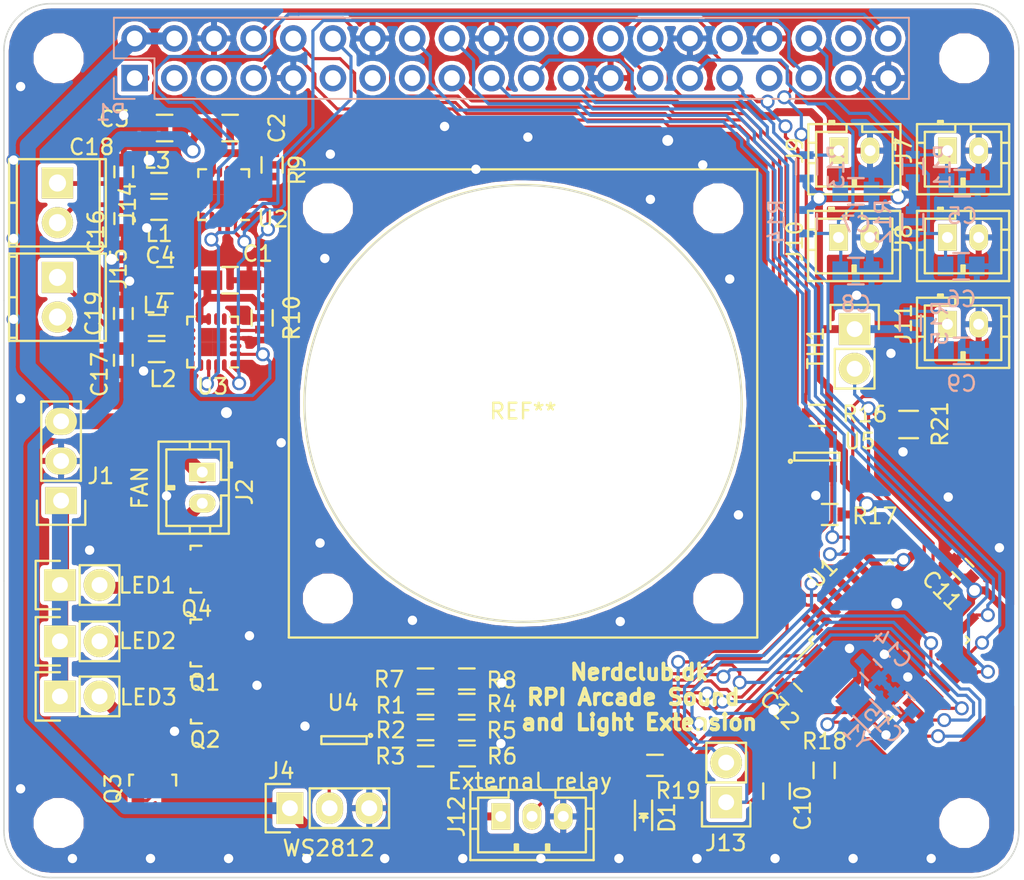
<source format=kicad_pcb>
(kicad_pcb (version 20171130) (host pcbnew 5.0.0-fee4fd1~66~ubuntu18.04.1)
  (title_block (date "15 nov 2012"))
  (layers (0 F.Cu signal) (31 B.Cu signal) (34 B.Paste user hide) (35 F.Paste user hide) (36 B.SilkS user) (37 F.SilkS user) (38 B.Mask user hide) (39 F.Mask user) (44 Edge.Cuts user))
  (net 0 "")
  (net 1 +3V3)
  (net 2 +5V)
  (net 3 GND)
  (net 4 /ID_SD)
  (net 5 /ID_SC)
  (net 6 "/GPIO2(SDA1)")
  (net 7 "/GPIO3(SCL1)")
  (net 8 "/GPIO4(GCLK)")
  (net 9 "/GPIO14(TXD0)")
  (net 10 "/GPIO15(RXD0)")
  (net 11 "/GPIO24(GEN5)")
  (net 12 "/GPIO25(GEN6)")
  (net 13 "/GPIO10(SPI0_MOSI)")
  (net 14 "/GPIO9(SPI0_MISO)")
  (net 15 "/GPIO11(SPI0_SCK)")
  (net 16 "/GPIO8(SPI0_CE_N)")
  (net 17 "/GPIO7(SPI1_CE_N)")
  (net 18 "/GPIO12(PWM0)")
  (net 19 "/GPIO13(PWM1)")
  (net 20 "/GPIO19(SPI1_MISO)")
  (net 21 "/GPIO20(SPI1_MOSI)")
  (net 22 /DIN)
  (net 23 /BCLK)
  (net 24 "Net-(U1-Pad12)")
  (net 25 "Net-(U1-Pad14)")
  (net 26 "Net-(U1-Pad19)")
  (net 27 "Net-(U1-Pad32)")
  (net 28 +12V)
  (net 29 "Net-(J2-Pad2)")
  (net 30 /WS2812_DATA)
  (net 31 /PWM1)
  (net 32 /PWM2)
  (net 33 /PWM3)
  (net 34 /POWER)
  (net 35 "Net-(Q1-Pad1)")
  (net 36 "Net-(Q2-Pad1)")
  (net 37 "Net-(Q3-Pad1)")
  (net 38 "Net-(Q4-Pad1)")
  (net 39 /FAN)
  (net 40 "Net-(R9-Pad2)")
  (net 41 "Net-(R10-Pad2)")
  (net 42 /BUTTON1)
  (net 43 /BUTTON2)
  (net 44 /BUTTON3)
  (net 45 /BUTTON4)
  (net 46 /BTN_PWR)
  (net 47 "/GPIO17(GEN0)")
  (net 48 "/GPIO22(GEN3)")
  (net 49 "/GPIO27(GEN2)")
  (net 50 "/GPIO23(GEN4)")
  (net 51 "Net-(R21-Pad1)")
  (net 52 "Net-(J4-Pad2)")
  (net 53 "Net-(C14-Pad2)")
  (net 54 "Net-(C15-Pad2)")
  (net 55 "Net-(U2-Pad13)")
  (net 56 "Net-(U2-Pad12)")
  (net 57 "Net-(U2-Pad6)")
  (net 58 "Net-(U2-Pad5)")
  (net 59 "Net-(U2-Pad2)")
  (net 60 "Net-(U3-Pad2)")
  (net 61 "Net-(U3-Pad5)")
  (net 62 "Net-(U3-Pad6)")
  (net 63 "Net-(U3-Pad12)")
  (net 64 "Net-(U3-Pad13)")
  (net 65 "Net-(C16-Pad1)")
  (net 66 "Net-(C17-Pad1)")
  (net 67 "Net-(C18-Pad1)")
  (net 68 "Net-(C19-Pad1)")
  (net 69 "Net-(L1-Pad2)")
  (net 70 "Net-(L2-Pad2)")
  (net 71 "Net-(L3-Pad2)")
  (net 72 "Net-(L4-Pad2)")
  (net 73 /RESET_ATMEGA)
  (net 74 "Net-(U2-Pad17)")
  (net 75 "Net-(U3-Pad17)")
  (net 76 "Net-(D1-Pad1)")
  (net 77 "Net-(R19-Pad1)")
  (net 78 "Net-(LED1-Pad2)")
  (net 79 "Net-(LED2-Pad2)")
  (net 80 "Net-(LED3-Pad2)")
  (module adafruit:FAN (layer F.Cu) (at 233.2454 119.6184)
    (fp_text reference REF** (at 0 0.5) (layer F.SilkS))
    (fp_text value FAN)
    (pad "" np_thru_hole circle (at -12.5 -12.5) (size 2.7 2.7) (drill 2.7) (layers *.Cu *.Mask))
    (pad "" np_thru_hole circle (at -12.5 12.5) (size 2.7 2.7) (drill 2.7) (layers *.Cu *.Mask))
    (pad "" np_thru_hole circle (at 12.5 12.5) (size 2.7 2.7) (drill 2.7) (layers *.Cu *.Mask))
    (pad "" np_thru_hole circle (at 12.5 -12.5) (size 2.7 2.7) (drill 2.7) (layers *.Cu *.Mask))
  )
  (module Resistors_SMD:R_0603 (layer F.Cu) (at 252.0954 120.3836 180)
    (fp_text reference R16 (at -3.036 0.0762 180) (layer F.SilkS))
    (fp_text value 4k7)
    (pad 1 smd rect (at -0.75 0 180) (size 0.5 0.9) (layers F.Cu F.Paste F.Mask) (net 1 +3V3))
    (pad 2 smd rect (at 0.75 0 180) (size 0.5 0.9) (layers F.Cu F.Paste F.Mask) (net 4 /ID_SD))
  )
  (module TO_SOT_Packages_SMD:SOT-23-5 (layer F.Cu) (at 252.07 123.0252 90)
    (fp_text reference U5 (at 0.9906 2.7432 -180) (layer F.SilkS))
    (fp_text value 24AA02-OT)
    (pad 1 smd rect (at -1.1 -0.95 90) (size 1.06 0.65) (layers F.Cu F.Paste F.Mask) (net 5 /ID_SC))
    (pad 2 smd rect (at -1.1 0 90) (size 1.06 0.65) (layers F.Cu F.Paste F.Mask) (net 3 GND))
    (pad 3 smd rect (at -1.1 0.95 90) (size 1.06 0.65) (layers F.Cu F.Paste F.Mask) (net 4 /ID_SD))
    (pad 4 smd rect (at 1.1 0.95 90) (size 1.06 0.65) (layers F.Cu F.Paste F.Mask) (net 1 +3V3))
    (pad 5 smd rect (at 1.1 -0.95 90) (size 1.06 0.65) (layers F.Cu F.Paste F.Mask) (net 3 GND))
  )
  (module Resistors_SMD:R_0603 (layer F.Cu) (at 252.8828 126.7336 180)
    (fp_text reference R17 (at -2.8956 -0.1016 180) (layer F.SilkS))
    (fp_text value 4k7)
    (pad 2 smd rect (at 0.75 0 180) (size 0.5 0.9) (layers F.Cu F.Paste F.Mask) (net 5 /ID_SC))
    (pad 1 smd rect (at -0.75 0 180) (size 0.5 0.9) (layers F.Cu F.Paste F.Mask) (net 1 +3V3))
  )
  (module Connectors_JST_PH:Connectors_JST_B3B-PH-K (layer F.Cu) (at 231.81858 146.08078)
    (fp_text reference J12 (at -2.826 0 90) (layer F.SilkS))
    (fp_text value "External relay" (at 1.86182 -2.25298) (layer F.SilkS))
    (pad 1 thru_hole rect (at 0 0) (size 1.2 1.7) (drill 0.7) (layers *.Cu *.Mask F.SilkS) (net 2 +5V))
    (pad 2 thru_hole oval (at 2 0) (size 1.2 1.7) (drill 0.7) (layers *.Cu *.Mask F.SilkS) (net 34 /POWER))
    (pad 3 thru_hole oval (at 4 0) (size 1.2 1.7) (drill 0.7) (layers *.Cu *.Mask F.SilkS) (net 3 GND))
  )
  (module Resistors_SMD:R_0805 (layer F.Cu) (at 257.9374 120.9678)
    (fp_text reference R21 (at 2.01926 -0.0254 90) (layer F.SilkS))
    (fp_text value 100k)
    (pad 1 smd rect (at -0.95 0) (size 0.7 1.3) (layers F.Cu F.Paste F.Mask) (net 51 "Net-(R21-Pad1)"))
    (pad 2 smd rect (at 0.95 0) (size 0.7 1.3) (layers F.Cu F.Paste F.Mask) (net 3 GND))
  )
  (module mysensors_obscurities:XTAL_3.2x1.5mm (layer B.Cu) (at 255.46598 139.64188 315)
    (fp_text reference Y1 (at 0.3 1.5 315) (layer B.SilkS) (effects (justify mirror)))
    (fp_text value Crystal)
    (pad 2 smd rect (at 1.5 0 315) (size 1.5 1.8) (layers B.Cu B.Paste B.Mask) (net 54 "Net-(C15-Pad2)"))
    (pad 1 smd rect (at -1.5 0 315) (size 1.5 1.8) (layers B.Cu B.Paste B.Mask) (net 53 "Net-(C14-Pad2)"))
  )
  (module Capacitors_SMD:C_0805 (layer F.Cu) (at 210.287 101.9686 180)
    (fp_text reference C3 (at 3.2258 0.5842 180) (layer F.SilkS))
    (fp_text value 100nF)
    (pad 1 smd rect (at -1 0 180) (size 1 1.25) (layers F.Cu F.Paste F.Mask) (net 2 +5V))
    (pad 2 smd rect (at 1 0 180) (size 1 1.25) (layers F.Cu F.Paste F.Mask) (net 3 GND))
  )
  (module Capacitors_SMD:C_0805 (layer F.Cu) (at 210.3124 111.7222 180)
    (fp_text reference C4 (at 0.2954 1.5748 180) (layer F.SilkS))
    (fp_text value 100nF)
    (pad 2 smd rect (at 1 0 180) (size 1 1.25) (layers F.Cu F.Paste F.Mask) (net 3 GND))
    (pad 1 smd rect (at -1 0 180) (size 1 1.25) (layers F.Cu F.Paste F.Mask) (net 2 +5V))
  )
  (module Capacitors_SMD:C_0805 (layer B.Cu) (at 261.3664 105.4992)
    (fp_text reference C5 (at 0 2.1) (layer B.SilkS) (effects (justify mirror)))
    (fp_text value 100nF)
    (pad 2 smd rect (at 1 0) (size 1 1.25) (layers B.Cu B.Paste B.Mask) (net 3 GND))
    (pad 1 smd rect (at -1 0) (size 1 1.25) (layers B.Cu B.Paste B.Mask) (net 42 /BUTTON1))
  )
  (module Capacitors_SMD:C_0805 (layer B.Cu) (at 261.30366 110.83066)
    (fp_text reference C6 (at 0 2.1) (layer B.SilkS) (effects (justify mirror)))
    (fp_text value 100nF)
    (pad 1 smd rect (at -1 0) (size 1 1.25) (layers B.Cu B.Paste B.Mask) (net 43 /BUTTON2))
    (pad 2 smd rect (at 1 0) (size 1 1.25) (layers B.Cu B.Paste B.Mask) (net 3 GND))
  )
  (module Capacitors_SMD:C_0805 (layer B.Cu) (at 254.56098 106.03006)
    (fp_text reference C7 (at 0 2.1) (layer B.SilkS) (effects (justify mirror)))
    (fp_text value 100nF)
    (pad 1 smd rect (at -1 0) (size 1 1.25) (layers B.Cu B.Paste B.Mask) (net 44 /BUTTON3))
    (pad 2 smd rect (at 1 0) (size 1 1.25) (layers B.Cu B.Paste B.Mask) (net 3 GND))
  )
  (module Capacitors_SMD:C_0805 (layer B.Cu) (at 254.5592 111.138)
    (fp_text reference C8 (at 0 2.1) (layer B.SilkS) (effects (justify mirror)))
    (fp_text value 100nF)
    (pad 2 smd rect (at 1 0) (size 1 1.25) (layers B.Cu B.Paste B.Mask) (net 3 GND))
    (pad 1 smd rect (at -1 0) (size 1 1.25) (layers B.Cu B.Paste B.Mask) (net 45 /BUTTON4))
  )
  (module Capacitors_SMD:C_0805 (layer B.Cu) (at 261.33084 116.25102)
    (fp_text reference C9 (at 0 2.1) (layer B.SilkS) (effects (justify mirror)))
    (fp_text value 100nF)
    (pad 1 smd rect (at -1 0) (size 1 1.25) (layers B.Cu B.Paste B.Mask) (net 46 /BTN_PWR))
    (pad 2 smd rect (at 1 0) (size 1 1.25) (layers B.Cu B.Paste B.Mask) (net 3 GND))
  )
  (module Capacitors_SMD:C_0805 (layer F.Cu) (at 249.4792 144.4628 270)
    (fp_text reference C10 (at 1.0922 -1.6764 270) (layer F.SilkS))
    (fp_text value 100nF)
    (pad 1 smd rect (at -1 0 270) (size 1 1.25) (layers F.Cu F.Paste F.Mask) (net 73 /RESET_ATMEGA))
    (pad 2 smd rect (at 1 0 270) (size 1 1.25) (layers F.Cu F.Paste F.Mask) (net 3 GND))
  )
  (module Resistors_SMD:R_0603 (layer F.Cu) (at 229.6418 137.2746 180)
    (fp_text reference R8 (at -2.2352 -0.0762 180) (layer F.SilkS))
    (fp_text value 10k)
    (pad 2 smd rect (at 0.75 0 180) (size 0.5 0.9) (layers F.Cu F.Paste F.Mask) (net 39 /FAN))
    (pad 1 smd rect (at -0.75 0 180) (size 0.5 0.9) (layers F.Cu F.Paste F.Mask) (net 3 GND))
  )
  (module Resistors_SMD:R_0603 (layer F.Cu) (at 229.6418 138.9002 180)
    (fp_text reference R4 (at -2.2352 0.0254) (layer F.SilkS))
    (fp_text value 10k)
    (pad 2 smd rect (at 0.75 0 180) (size 0.5 0.9) (layers F.Cu F.Paste F.Mask) (net 31 /PWM1))
    (pad 1 smd rect (at -0.75 0 180) (size 0.5 0.9) (layers F.Cu F.Paste F.Mask) (net 3 GND))
  )
  (module TO_SOT_Packages_SMD:SOT-23-5 (layer F.Cu) (at 221.778 141.194 270)
    (fp_text reference U4 (at -2.3954 0.061) (layer F.SilkS))
    (fp_text value 74AUP1G34)
    (pad 1 smd rect (at -1.1 -0.95 270) (size 1.06 0.65) (layers F.Cu F.Paste F.Mask))
    (pad 2 smd rect (at -1.1 0 270) (size 1.06 0.65) (layers F.Cu F.Paste F.Mask) (net 30 /WS2812_DATA))
    (pad 3 smd rect (at -1.1 0.95 270) (size 1.06 0.65) (layers F.Cu F.Paste F.Mask) (net 3 GND))
    (pad 4 smd rect (at 1.1 0.95 270) (size 1.06 0.65) (layers F.Cu F.Paste F.Mask) (net 52 "Net-(J4-Pad2)"))
    (pad 5 smd rect (at 1.1 -0.95 270) (size 1.06 0.65) (layers F.Cu F.Paste F.Mask) (net 2 +5V))
  )
  (module Connectors_JST_PH:Connectors_JST_B2B-PH-K (layer F.Cu) (at 212.7 124.0158 270)
    (fp_text reference J2 (at 1.27 -2.7178 270) (layer F.SilkS))
    (fp_text value FAN (at 1 4 270) (layer F.SilkS))
    (pad 2 thru_hole oval (at 2 0 270) (size 1.2 1.7) (drill 0.7) (layers *.Cu *.Mask F.SilkS) (net 29 "Net-(J2-Pad2)"))
    (pad 1 thru_hole rect (at 0 0 270) (size 1.2 1.7) (drill 0.7) (layers *.Cu *.Mask F.SilkS) (net 2 +5V))
  )
  (module Pin_Headers:Pin_Header_Straight_1x03 (layer F.Cu) (at 203.6576 125.8446 180)
    (fp_text reference J1 (at -2.54 1.5748 180) (layer F.SilkS))
    (fp_text value Power)
    (pad 1 thru_hole rect (at 0 0 180) (size 2.032 1.7272) (drill 1.016) (layers *.Cu *.Mask F.SilkS) (net 28 +12V))
    (pad 2 thru_hole oval (at 0 2.54 180) (size 2.032 1.7272) (drill 1.016) (layers *.Cu *.Mask F.SilkS) (net 3 GND))
    (pad 3 thru_hole oval (at 0 5.08 180) (size 2.032 1.7272) (drill 1.016) (layers *.Cu *.Mask F.SilkS) (net 2 +5V))
  )
  (module Connectors_JST_PH:Connectors_JST_B2B-PH-K (layer F.Cu) (at 260.4266 114.5416)
    (fp_text reference J11 (at -2.794 0 90) (layer F.SilkS))
    (fp_text value BUTTON_PWR)
    (pad 2 thru_hole oval (at 2 0) (size 1.2 1.7) (drill 0.7) (layers *.Cu *.Mask F.SilkS) (net 3 GND))
    (pad 1 thru_hole rect (at 0 0) (size 1.2 1.7) (drill 0.7) (layers *.Cu *.Mask F.SilkS) (net 46 /BTN_PWR))
  )
  (module Connectors_JST_PH:Connectors_JST_B2B-PH-K (layer F.Cu) (at 253.4482 108.979)
    (fp_text reference J10 (at -2.794 0.254 90) (layer F.SilkS))
    (fp_text value BUTTON4)
    (pad 2 thru_hole oval (at 2 0) (size 1.2 1.7) (drill 0.7) (layers *.Cu *.Mask F.SilkS) (net 3 GND))
    (pad 1 thru_hole rect (at 0 0) (size 1.2 1.7) (drill 0.7) (layers *.Cu *.Mask F.SilkS) (net 45 /BUTTON4))
  )
  (module Connectors_JST_PH:Connectors_JST_B2B-PH-K (layer F.Cu) (at 260.4266 103.4164)
    (fp_text reference J7 (at -2.794 0 90) (layer F.SilkS))
    (fp_text value BUTTON1)
    (pad 2 thru_hole oval (at 2 0) (size 1.2 1.7) (drill 0.7) (layers *.Cu *.Mask F.SilkS) (net 3 GND))
    (pad 1 thru_hole rect (at 0 0) (size 1.2 1.7) (drill 0.7) (layers *.Cu *.Mask F.SilkS) (net 42 /BUTTON1))
  )
  (module Pin_Headers:Pin_Header_Straight_1x03 (layer F.Cu) (at 218.3134 145.555 90)
    (fp_text reference J4 (at 2.3876 -0.5588 180) (layer F.SilkS))
    (fp_text value WS2812 (at -2.5654 2.4892 180) (layer F.SilkS))
    (pad 3 thru_hole oval (at 0 5.08 90) (size 2.032 1.7272) (drill 1.016) (layers *.Cu *.Mask F.SilkS) (net 3 GND))
    (pad 2 thru_hole oval (at 0 2.54 90) (size 2.032 1.7272) (drill 1.016) (layers *.Cu *.Mask F.SilkS) (net 52 "Net-(J4-Pad2)"))
    (pad 1 thru_hole rect (at 0 0 90) (size 2.032 1.7272) (drill 1.016) (layers *.Cu *.Mask F.SilkS) (net 2 +5V))
  )
  (module Capacitors_SMD:C_0603 (layer B.Cu) (at 255.52133 136.68733 135)
    (fp_text reference C14 (at 0 1.9 135) (layer B.SilkS) (effects (justify mirror)))
    (fp_text value 22pF)
    (pad 2 smd rect (at 0.75 0 135) (size 0.8 0.75) (layers B.Cu B.Paste B.Mask) (net 53 "Net-(C14-Pad2)"))
    (pad 1 smd rect (at -0.75 0 135) (size 0.8 0.75) (layers B.Cu B.Paste B.Mask) (net 3 GND))
  )
  (module Capacitors_SMD:C_0603 (layer B.Cu) (at 257.6326 138.7986 315)
    (fp_text reference C15 (at 0 1.9 315) (layer B.SilkS) (effects (justify mirror)))
    (fp_text value 22pF)
    (pad 2 smd rect (at 0.75 0 315) (size 0.8 0.75) (layers B.Cu B.Paste B.Mask) (net 54 "Net-(C15-Pad2)"))
    (pad 1 smd rect (at -0.75 0 315) (size 0.8 0.75) (layers B.Cu B.Paste B.Mask) (net 3 GND))
  )
  (module Housings_QFP:TQFP-32_7x7mm_Pitch0.8mm (layer F.Cu) (at 256.711954 134.769642 45)
    (fp_text reference U1 (at 0 -6.05 45) (layer F.SilkS))
    (fp_text value ATmega328-AU)
    (pad 1 smd rect (at -4.25 -2.8 45) (size 1.6 0.55) (layers F.Cu F.Paste F.Mask) (net 32 /PWM2))
    (pad 2 smd rect (at -4.25 -2 45) (size 1.6 0.55) (layers F.Cu F.Paste F.Mask) (net 77 "Net-(R19-Pad1)"))
    (pad 3 smd rect (at -4.25 -1.2 45) (size 1.6 0.55) (layers F.Cu F.Paste F.Mask) (net 3 GND))
    (pad 4 smd rect (at -4.25 -0.4 45) (size 1.6 0.55) (layers F.Cu F.Paste F.Mask) (net 1 +3V3))
    (pad 5 smd rect (at -4.25 0.4 45) (size 1.6 0.55) (layers F.Cu F.Paste F.Mask) (net 3 GND))
    (pad 6 smd rect (at -4.25 1.2 45) (size 1.6 0.55) (layers F.Cu F.Paste F.Mask) (net 1 +3V3))
    (pad 7 smd rect (at -4.25 2 45) (size 1.6 0.55) (layers F.Cu F.Paste F.Mask) (net 53 "Net-(C14-Pad2)"))
    (pad 8 smd rect (at -4.25 2.8 45) (size 1.6 0.55) (layers F.Cu F.Paste F.Mask) (net 54 "Net-(C15-Pad2)"))
    (pad 9 smd rect (at -2.8 4.25 135) (size 1.6 0.55) (layers F.Cu F.Paste F.Mask) (net 31 /PWM1))
    (pad 10 smd rect (at -2 4.25 135) (size 1.6 0.55) (layers F.Cu F.Paste F.Mask) (net 33 /PWM3))
    (pad 11 smd rect (at -1.2 4.25 135) (size 1.6 0.55) (layers F.Cu F.Paste F.Mask) (net 30 /WS2812_DATA))
    (pad 12 smd rect (at -0.4 4.25 135) (size 1.6 0.55) (layers F.Cu F.Paste F.Mask) (net 24 "Net-(U1-Pad12)"))
    (pad 13 smd rect (at 0.4 4.25 135) (size 1.6 0.55) (layers F.Cu F.Paste F.Mask) (net 39 /FAN))
    (pad 14 smd rect (at 1.2 4.25 135) (size 1.6 0.55) (layers F.Cu F.Paste F.Mask) (net 25 "Net-(U1-Pad14)"))
    (pad 15 smd rect (at 2 4.25 135) (size 1.6 0.55) (layers F.Cu F.Paste F.Mask) (net 13 "/GPIO10(SPI0_MOSI)"))
    (pad 16 smd rect (at 2.8 4.25 135) (size 1.6 0.55) (layers F.Cu F.Paste F.Mask) (net 14 "/GPIO9(SPI0_MISO)"))
    (pad 17 smd rect (at 4.25 2.8 45) (size 1.6 0.55) (layers F.Cu F.Paste F.Mask) (net 15 "/GPIO11(SPI0_SCK)"))
    (pad 18 smd rect (at 4.25 2 45) (size 1.6 0.55) (layers F.Cu F.Paste F.Mask) (net 1 +3V3))
    (pad 19 smd rect (at 4.25 1.2 45) (size 1.6 0.55) (layers F.Cu F.Paste F.Mask) (net 26 "Net-(U1-Pad19)"))
    (pad 20 smd rect (at 4.25 0.4 45) (size 1.6 0.55) (layers F.Cu F.Paste F.Mask) (net 1 +3V3))
    (pad 21 smd rect (at 4.25 -0.4 45) (size 1.6 0.55) (layers F.Cu F.Paste F.Mask) (net 3 GND))
    (pad 22 smd rect (at 4.25 -1.2 45) (size 1.6 0.55) (layers F.Cu F.Paste F.Mask) (net 51 "Net-(R21-Pad1)"))
    (pad 23 smd rect (at 4.25 -2 45) (size 1.6 0.55) (layers F.Cu F.Paste F.Mask) (net 46 /BTN_PWR))
    (pad 24 smd rect (at 4.25 -2.8 45) (size 1.6 0.55) (layers F.Cu F.Paste F.Mask) (net 34 /POWER))
    (pad 25 smd rect (at 2.8 -4.25 135) (size 1.6 0.55) (layers F.Cu F.Paste F.Mask) (net 50 "/GPIO23(GEN4)"))
    (pad 26 smd rect (at 2 -4.25 135) (size 1.6 0.55) (layers F.Cu F.Paste F.Mask) (net 11 "/GPIO24(GEN5)"))
    (pad 27 smd rect (at 1.2 -4.25 135) (size 1.6 0.55) (layers F.Cu F.Paste F.Mask) (net 4 /ID_SD))
    (pad 28 smd rect (at 0.4 -4.25 135) (size 1.6 0.55) (layers F.Cu F.Paste F.Mask) (net 5 /ID_SC))
    (pad 29 smd rect (at -0.4 -4.25 135) (size 1.6 0.55) (layers F.Cu F.Paste F.Mask) (net 73 /RESET_ATMEGA))
    (pad 30 smd rect (at -1.2 -4.25 135) (size 1.6 0.55) (layers F.Cu F.Paste F.Mask) (net 9 "/GPIO14(TXD0)"))
    (pad 31 smd rect (at -2 -4.25 135) (size 1.6 0.55) (layers F.Cu F.Paste F.Mask) (net 10 "/GPIO15(RXD0)"))
    (pad 32 smd rect (at -2.8 -4.25 135) (size 1.6 0.55) (layers F.Cu F.Paste F.Mask) (net 27 "Net-(U1-Pad32)"))
  )
  (module Resistors_SMD:R_0603 (layer B.Cu) (at 258.20664 104.43494 90)
    (fp_text reference R11 (at 0 1.9 90) (layer B.SilkS) (effects (justify mirror)))
    (fp_text value 10k)
    (pad 2 smd rect (at 0.75 0 90) (size 0.5 0.9) (layers B.Cu B.Paste B.Mask) (net 42 /BUTTON1))
    (pad 1 smd rect (at -0.75 0 90) (size 0.5 0.9) (layers B.Cu B.Paste B.Mask) (net 1 +3V3))
  )
  (module Resistors_SMD:R_0603 (layer B.Cu) (at 251.38928 107.97316 270)
    (fp_text reference R14 (at 0 1.9 270) (layer B.SilkS) (effects (justify mirror)))
    (fp_text value 10k)
    (pad 2 smd rect (at 0.75 0 270) (size 0.5 0.9) (layers B.Cu B.Paste B.Mask) (net 45 /BUTTON4))
    (pad 1 smd rect (at -0.75 0 270) (size 0.5 0.9) (layers B.Cu B.Paste B.Mask) (net 1 +3V3))
  )
  (module Capacitors_SMD:C_0603 (layer F.Cu) (at 261.40958 130.24388 135)
    (fp_text reference C11 (at 0 -1.9 135) (layer F.SilkS))
    (fp_text value 100nF)
    (pad 2 smd rect (at 0.75 0 135) (size 0.8 0.75) (layers F.Cu F.Paste F.Mask) (net 3 GND))
    (pad 1 smd rect (at -0.75 0 135) (size 0.8 0.75) (layers F.Cu F.Paste F.Mask) (net 1 +3V3))
  )
  (module Capacitors_SMD:C_0603 (layer F.Cu) (at 250.42207 138.24287 135)
    (fp_text reference C12 (at -0.197566 -1.257236 135) (layer F.SilkS))
    (fp_text value 100nF)
    (pad 2 smd rect (at 0.75 0 135) (size 0.8 0.75) (layers F.Cu F.Paste F.Mask) (net 3 GND))
    (pad 1 smd rect (at -0.75 0 135) (size 0.8 0.75) (layers F.Cu F.Paste F.Mask) (net 1 +3V3))
  )
  (module TO_SOT_Packages_SMD:SOT-23 (layer F.Cu) (at 209.525 144.0564)
    (fp_text reference Q3 (at -2.54 0.254 90) (layer F.SilkS))
    (fp_text value Q_NMOS_GDS)
    (pad 1 smd rect (at -0.95 1.00076) (size 0.8001 0.8001) (layers F.Cu F.Paste F.Mask) (net 37 "Net-(Q3-Pad1)"))
    (pad 2 smd rect (at 0.95 1.00076) (size 0.8001 0.8001) (layers F.Cu F.Paste F.Mask) (net 3 GND))
    (pad 3 smd rect (at 0 -0.99822) (size 0.8001 0.8001) (layers F.Cu F.Paste F.Mask) (net 80 "Net-(LED3-Pad2)"))
  )
  (module Pin_Headers:Pin_Header_Straight_1x02 (layer F.Cu) (at 203.5814 138.3922 90)
    (fp_text reference LED3 (at -0.0508 5.6642 180) (layer F.SilkS))
    (fp_text value LED3)
    (pad 2 thru_hole oval (at 0 2.54 90) (size 2.032 2.032) (drill 1.016) (layers *.Cu *.Mask F.SilkS) (net 80 "Net-(LED3-Pad2)"))
    (pad 1 thru_hole rect (at 0 0 90) (size 2.032 2.032) (drill 1.016) (layers *.Cu *.Mask F.SilkS) (net 28 +12V))
  )
  (module Pin_Headers:Pin_Header_Straight_1x02 (layer F.Cu) (at 203.5814 131.2548 90)
    (fp_text reference LED1 (at -0.0254 5.588 180) (layer F.SilkS))
    (fp_text value LED1)
    (pad 2 thru_hole oval (at 0 2.54 90) (size 2.032 2.032) (drill 1.016) (layers *.Cu *.Mask F.SilkS) (net 78 "Net-(LED1-Pad2)"))
    (pad 1 thru_hole rect (at 0 0 90) (size 2.032 2.032) (drill 1.016) (layers *.Cu *.Mask F.SilkS) (net 28 +12V))
  )
  (module Pin_Headers:Pin_Header_Straight_1x02 (layer F.Cu) (at 203.5814 134.8616 90)
    (fp_text reference LED2 (at 0.0254 5.6134 180) (layer F.SilkS))
    (fp_text value LED2)
    (pad 2 thru_hole oval (at 0 2.54 90) (size 2.032 2.032) (drill 1.016) (layers *.Cu *.Mask F.SilkS) (net 79 "Net-(LED2-Pad2)"))
    (pad 1 thru_hole rect (at 0 0 90) (size 2.032 2.032) (drill 1.016) (layers *.Cu *.Mask F.SilkS) (net 28 +12V))
  )
  (module TO_SOT_Packages_SMD:SOT-23 (layer F.Cu) (at 212.5984 134.9632 90)
    (fp_text reference Q1 (at -2.54 0.254 180) (layer F.SilkS))
    (fp_text value Q_NMOS_GDS)
    (pad 1 smd rect (at -0.95 1.00076 90) (size 0.8001 0.8001) (layers F.Cu F.Paste F.Mask) (net 35 "Net-(Q1-Pad1)"))
    (pad 2 smd rect (at 0.95 1.00076 90) (size 0.8001 0.8001) (layers F.Cu F.Paste F.Mask) (net 3 GND))
    (pad 3 smd rect (at 0 -0.99822 90) (size 0.8001 0.8001) (layers F.Cu F.Paste F.Mask) (net 78 "Net-(LED1-Pad2)"))
  )
  (module Resistors_SMD:R_0603 (layer F.Cu) (at 227.0136 142.2022 180)
    (fp_text reference R3 (at 2.274 -0.0254) (layer F.SilkS))
    (fp_text value 0R)
    (pad 2 smd rect (at 0.75 0 180) (size 0.5 0.9) (layers F.Cu F.Paste F.Mask) (net 37 "Net-(Q3-Pad1)"))
    (pad 1 smd rect (at -0.75 0 180) (size 0.5 0.9) (layers F.Cu F.Paste F.Mask) (net 33 /PWM3))
  )
  (module Resistors_SMD:R_0603 (layer F.Cu) (at 227.0002 138.9002 180)
    (fp_text reference R1 (at 2.2352 -0.0762) (layer F.SilkS))
    (fp_text value 0R)
    (pad 2 smd rect (at 0.75 0 180) (size 0.5 0.9) (layers F.Cu F.Paste F.Mask) (net 35 "Net-(Q1-Pad1)"))
    (pad 1 smd rect (at -0.75 0 180) (size 0.5 0.9) (layers F.Cu F.Paste F.Mask) (net 31 /PWM1))
  )
  (module Resistors_SMD:R_0603 (layer F.Cu) (at 227.0002 140.5258 180)
    (fp_text reference R2 (at 2.2352 -0.0254) (layer F.SilkS))
    (fp_text value 0R)
    (pad 2 smd rect (at 0.75 0 180) (size 0.5 0.9) (layers F.Cu F.Paste F.Mask) (net 36 "Net-(Q2-Pad1)"))
    (pad 1 smd rect (at -0.75 0 180) (size 0.5 0.9) (layers F.Cu F.Paste F.Mask) (net 32 /PWM2))
  )
  (module Resistors_SMD:R_0603 (layer F.Cu) (at 229.6418 140.5512 180)
    (fp_text reference R5 (at -2.2352 -0.0254) (layer F.SilkS))
    (fp_text value 10k)
    (pad 2 smd rect (at 0.75 0 180) (size 0.5 0.9) (layers F.Cu F.Paste F.Mask) (net 32 /PWM2))
    (pad 1 smd rect (at -0.75 0 180) (size 0.5 0.9) (layers F.Cu F.Paste F.Mask) (net 3 GND))
  )
  (module Resistors_SMD:R_0603 (layer F.Cu) (at 229.6672 142.2022 180)
    (fp_text reference R6 (at -2.2352 -0.0254) (layer F.SilkS))
    (fp_text value 10k)
    (pad 2 smd rect (at 0.75 0 180) (size 0.5 0.9) (layers F.Cu F.Paste F.Mask) (net 33 /PWM3))
    (pad 1 smd rect (at -0.75 0 180) (size 0.5 0.9) (layers F.Cu F.Paste F.Mask) (net 3 GND))
  )
  (module Resistors_SMD:R_0603 (layer F.Cu) (at 227.0002 137.2746 180)
    (fp_text reference R7 (at 2.3368 -0.0254 180) (layer F.SilkS))
    (fp_text value 0R)
    (pad 2 smd rect (at 0.75 0 180) (size 0.5 0.9) (layers F.Cu F.Paste F.Mask) (net 38 "Net-(Q4-Pad1)"))
    (pad 1 smd rect (at -0.75 0 180) (size 0.5 0.9) (layers F.Cu F.Paste F.Mask) (net 39 /FAN))
  )
  (module Resistors_SMD:R_0603 (layer F.Cu) (at 217.1704 104.3308 270)
    (fp_text reference R9 (at 0.33528 -1.60528 90) (layer F.SilkS))
    (fp_text value R)
    (pad 2 smd rect (at 0.75 0 270) (size 0.5 0.9) (layers F.Cu F.Paste F.Mask) (net 40 "Net-(R9-Pad2)"))
    (pad 1 smd rect (at -0.75 0 270) (size 0.5 0.9) (layers F.Cu F.Paste F.Mask) (net 2 +5V))
  )
  (module Resistors_SMD:R_0603 (layer F.Cu) (at 216.5354 114.1352 270)
    (fp_text reference R10 (at 0 -1.9 270) (layer F.SilkS))
    (fp_text value R)
    (pad 2 smd rect (at 0.75 0 270) (size 0.5 0.9) (layers F.Cu F.Paste F.Mask) (net 41 "Net-(R10-Pad2)"))
    (pad 1 smd rect (at -0.75 0 270) (size 0.5 0.9) (layers F.Cu F.Paste F.Mask) (net 2 +5V))
  )
  (module Resistors_SMD:R_0603 (layer B.Cu) (at 258.20664 107.97824 270)
    (fp_text reference R12 (at 0 1.9 270) (layer B.SilkS) (effects (justify mirror)))
    (fp_text value 10k)
    (pad 2 smd rect (at 0.75 0 270) (size 0.5 0.9) (layers B.Cu B.Paste B.Mask) (net 43 /BUTTON2))
    (pad 1 smd rect (at -0.75 0 270) (size 0.5 0.9) (layers B.Cu B.Paste B.Mask) (net 1 +3V3))
  )
  (module Resistors_SMD:R_0603 (layer B.Cu) (at 251.40198 104.45526 90)
    (fp_text reference R13 (at 0 1.9 90) (layer B.SilkS) (effects (justify mirror)))
    (fp_text value 10k)
    (pad 2 smd rect (at 0.75 0 90) (size 0.5 0.9) (layers B.Cu B.Paste B.Mask) (net 44 /BUTTON3))
    (pad 1 smd rect (at -0.75 0 90) (size 0.5 0.9) (layers B.Cu B.Paste B.Mask) (net 1 +3V3))
  )
  (module Resistors_SMD:R_0603 (layer B.Cu) (at 258.04916 114.46724 90)
    (fp_text reference R15 (at 0 1.9 90) (layer B.SilkS) (effects (justify mirror)))
    (fp_text value 10k)
    (pad 2 smd rect (at 0.75 0 90) (size 0.5 0.9) (layers B.Cu B.Paste B.Mask) (net 46 /BTN_PWR))
    (pad 1 smd rect (at -0.75 0 90) (size 0.5 0.9) (layers B.Cu B.Paste B.Mask) (net 1 +3V3))
  )
  (module Resistors_SMD:R_0603 (layer F.Cu) (at 252.5272 143.1286 90)
    (fp_text reference R18 (at 1.8662 0.0254 180) (layer F.SilkS))
    (fp_text value 10k)
    (pad 2 smd rect (at 0.75 0 90) (size 0.5 0.9) (layers F.Cu F.Paste F.Mask) (net 1 +3V3))
    (pad 1 smd rect (at -0.75 0 90) (size 0.5 0.9) (layers F.Cu F.Paste F.Mask) (net 73 /RESET_ATMEGA))
  )
  (module Connector_PinSocket_2.54mm:PinSocket_2x20_P2.54mm_Vertical (layer B.Cu) (at 208.37 98.77 270)
    (fp_text reference P1 (at 2.208 1.512) (layer B.SilkS) (effects (justify mirror)))
    (fp_text value Conn_02x20_Odd_Even)
    (pad 1 thru_hole rect (at 0 0 270) (size 1.7 1.7) (drill 1) (layers *.Cu *.Mask) (net 1 +3V3))
    (pad 2 thru_hole oval (at -2.54 0 270) (size 1.7 1.7) (drill 1) (layers *.Cu *.Mask) (net 2 +5V))
    (pad 3 thru_hole oval (at 0 -2.54 270) (size 1.7 1.7) (drill 1) (layers *.Cu *.Mask) (net 6 "/GPIO2(SDA1)"))
    (pad 4 thru_hole oval (at -2.54 -2.54 270) (size 1.7 1.7) (drill 1) (layers *.Cu *.Mask) (net 2 +5V))
    (pad 5 thru_hole oval (at 0 -5.08 270) (size 1.7 1.7) (drill 1) (layers *.Cu *.Mask) (net 7 "/GPIO3(SCL1)"))
    (pad 6 thru_hole oval (at -2.54 -5.08 270) (size 1.7 1.7) (drill 1) (layers *.Cu *.Mask) (net 3 GND))
    (pad 7 thru_hole oval (at 0 -7.62 270) (size 1.7 1.7) (drill 1) (layers *.Cu *.Mask) (net 8 "/GPIO4(GCLK)"))
    (pad 8 thru_hole oval (at -2.54 -7.62 270) (size 1.7 1.7) (drill 1) (layers *.Cu *.Mask) (net 9 "/GPIO14(TXD0)"))
    (pad 9 thru_hole oval (at 0 -10.16 270) (size 1.7 1.7) (drill 1) (layers *.Cu *.Mask) (net 3 GND))
    (pad 10 thru_hole oval (at -2.54 -10.16 270) (size 1.7 1.7) (drill 1) (layers *.Cu *.Mask) (net 10 "/GPIO15(RXD0)"))
    (pad 11 thru_hole oval (at 0 -12.7 270) (size 1.7 1.7) (drill 1) (layers *.Cu *.Mask) (net 47 "/GPIO17(GEN0)"))
    (pad 12 thru_hole oval (at -2.54 -12.7 270) (size 1.7 1.7) (drill 1) (layers *.Cu *.Mask) (net 23 /BCLK))
    (pad 13 thru_hole oval (at 0 -15.24 270) (size 1.7 1.7) (drill 1) (layers *.Cu *.Mask) (net 49 "/GPIO27(GEN2)"))
    (pad 14 thru_hole oval (at -2.54 -15.24 270) (size 1.7 1.7) (drill 1) (layers *.Cu *.Mask) (net 3 GND))
    (pad 15 thru_hole oval (at 0 -17.78 270) (size 1.7 1.7) (drill 1) (layers *.Cu *.Mask) (net 48 "/GPIO22(GEN3)"))
    (pad 16 thru_hole oval (at -2.54 -17.78 270) (size 1.7 1.7) (drill 1) (layers *.Cu *.Mask) (net 50 "/GPIO23(GEN4)"))
    (pad 17 thru_hole oval (at 0 -20.32 270) (size 1.7 1.7) (drill 1) (layers *.Cu *.Mask) (net 1 +3V3))
    (pad 18 thru_hole oval (at -2.54 -20.32 270) (size 1.7 1.7) (drill 1) (layers *.Cu *.Mask) (net 11 "/GPIO24(GEN5)"))
    (pad 19 thru_hole oval (at 0 -22.86 270) (size 1.7 1.7) (drill 1) (layers *.Cu *.Mask) (net 13 "/GPIO10(SPI0_MOSI)"))
    (pad 20 thru_hole oval (at -2.54 -22.86 270) (size 1.7 1.7) (drill 1) (layers *.Cu *.Mask) (net 3 GND))
    (pad 21 thru_hole oval (at 0 -25.4 270) (size 1.7 1.7) (drill 1) (layers *.Cu *.Mask) (net 14 "/GPIO9(SPI0_MISO)"))
    (pad 22 thru_hole oval (at -2.54 -25.4 270) (size 1.7 1.7) (drill 1) (layers *.Cu *.Mask) (net 12 "/GPIO25(GEN6)"))
    (pad 23 thru_hole oval (at 0 -27.94 270) (size 1.7 1.7) (drill 1) (layers *.Cu *.Mask) (net 15 "/GPIO11(SPI0_SCK)"))
    (pad 24 thru_hole oval (at -2.54 -27.94 270) (size 1.7 1.7) (drill 1) (layers *.Cu *.Mask) (net 16 "/GPIO8(SPI0_CE_N)"))
    (pad 25 thru_hole oval (at 0 -30.48 270) (size 1.7 1.7) (drill 1) (layers *.Cu *.Mask) (net 3 GND))
    (pad 26 thru_hole oval (at -2.54 -30.48 270) (size 1.7 1.7) (drill 1) (layers *.Cu *.Mask) (net 17 "/GPIO7(SPI1_CE_N)"))
    (pad 27 thru_hole oval (at 0 -33.02 270) (size 1.7 1.7) (drill 1) (layers *.Cu *.Mask) (net 4 /ID_SD))
    (pad 28 thru_hole oval (at -2.54 -33.02 270) (size 1.7 1.7) (drill 1) (layers *.Cu *.Mask) (net 5 /ID_SC))
    (pad 29 thru_hole oval (at 0 -35.56 270) (size 1.7 1.7) (drill 1) (layers *.Cu *.Mask) (net 45 /BUTTON4))
    (pad 30 thru_hole oval (at -2.54 -35.56 270) (size 1.7 1.7) (drill 1) (layers *.Cu *.Mask) (net 3 GND))
    (pad 31 thru_hole oval (at 0 -38.1 270) (size 1.7 1.7) (drill 1) (layers *.Cu *.Mask) (net 44 /BUTTON3))
    (pad 32 thru_hole oval (at -2.54 -38.1 270) (size 1.7 1.7) (drill 1) (layers *.Cu *.Mask) (net 18 "/GPIO12(PWM0)"))
    (pad 33 thru_hole oval (at 0 -40.64 270) (size 1.7 1.7) (drill 1) (layers *.Cu *.Mask) (net 19 "/GPIO13(PWM1)"))
    (pad 34 thru_hole oval (at -2.54 -40.64 270) (size 1.7 1.7) (drill 1) (layers *.Cu *.Mask) (net 3 GND))
    (pad 35 thru_hole oval (at 0 -43.18 270) (size 1.7 1.7) (drill 1) (layers *.Cu *.Mask) (net 20 "/GPIO19(SPI1_MISO)"))
    (pad 36 thru_hole oval (at -2.54 -43.18 270) (size 1.7 1.7) (drill 1) (layers *.Cu *.Mask) (net 43 /BUTTON2))
    (pad 37 thru_hole oval (at 0 -45.72 270) (size 1.7 1.7) (drill 1) (layers *.Cu *.Mask) (net 42 /BUTTON1))
    (pad 38 thru_hole oval (at -2.54 -45.72 270) (size 1.7 1.7) (drill 1) (layers *.Cu *.Mask) (net 21 "/GPIO20(SPI1_MOSI)"))
    (pad 39 thru_hole oval (at 0 -48.26 270) (size 1.7 1.7) (drill 1) (layers *.Cu *.Mask) (net 3 GND))
    (pad 40 thru_hole oval (at -2.54 -48.26 270) (size 1.7 1.7) (drill 1) (layers *.Cu *.Mask) (net 22 /DIN))
  )
  (module MountingHole:MountingHole_2.7mm_M2.5 (layer F.Cu) (at 261.5 146.5)
    (fp_text reference MK4)
    (fp_text value M2.5)
    (pad 1 np_thru_hole circle (at 0 0) (size 2.7 2.7) (drill 2.7) (layers *.Cu *.Mask))
  )
  (module MountingHole:MountingHole_2.7mm_M2.5 (layer F.Cu) (at 203.5 146.5)
    (fp_text reference MK3)
    (fp_text value M2.5)
    (pad 1 np_thru_hole circle (at 0 0) (size 2.7 2.7) (drill 2.7) (layers *.Cu *.Mask))
  )
  (module MountingHole:MountingHole_2.7mm_M2.5 (layer F.Cu) (at 261.5 97.5 180)
    (fp_text reference MK2)
    (fp_text value M2.5)
    (pad 1 np_thru_hole circle (at 0 0 180) (size 2.7 2.7) (drill 2.7) (layers *.Cu *.Mask))
  )
  (module MountingHole:MountingHole_2.7mm_M2.5 (layer F.Cu) (at 203.5 97.5 180)
    (fp_text reference MK1)
    (fp_text value M2.5)
    (pad 1 np_thru_hole circle (at 0 0 180) (size 2.7 2.7) (drill 2.7) (layers *.Cu *.Mask))
  )
  (module Capacitors_SMD:C_0805_HandSoldering (layer F.Cu) (at 214.478 111.7222)
    (fp_text reference C1 (at 1.778 -1.7018) (layer F.SilkS))
    (fp_text value 10uF)
    (pad 1 smd rect (at -1.25 0) (size 1.5 1.25) (layers F.Cu F.Paste F.Mask) (net 2 +5V))
    (pad 2 smd rect (at 1.25 0) (size 1.5 1.25) (layers F.Cu F.Paste F.Mask) (net 3 GND))
  )
  (module Capacitors_SMD:C_0805_HandSoldering (layer F.Cu) (at 214.4834 101.9686)
    (fp_text reference C2 (at 2.99688 0.00508 90) (layer F.SilkS))
    (fp_text value 10uF)
    (pad 2 smd rect (at 1.25 0) (size 1.5 1.25) (layers F.Cu F.Paste F.Mask) (net 3 GND))
    (pad 1 smd rect (at -1.25 0) (size 1.5 1.25) (layers F.Cu F.Paste F.Mask) (net 2 +5V))
  )
  (module Connectors_JST_PH:Connectors_JST_B2B-PH-K (layer F.Cu) (at 260.4266 108.979)
    (fp_text reference J8 (at -2.794 0 90) (layer F.SilkS))
    (fp_text value BUTTON2)
    (pad 1 thru_hole rect (at 0 0) (size 1.2 1.7) (drill 0.7) (layers *.Cu *.Mask F.SilkS) (net 43 /BUTTON2))
    (pad 2 thru_hole oval (at 2 0) (size 1.2 1.7) (drill 0.7) (layers *.Cu *.Mask F.SilkS) (net 3 GND))
  )
  (module Connectors_JST_PH:Connectors_JST_B2B-PH-K (layer F.Cu) (at 253.467 103.4164)
    (fp_text reference J9 (at -2.794 0 90) (layer F.SilkS))
    (fp_text value BUTTON3)
    (pad 1 thru_hole rect (at 0 0) (size 1.2 1.7) (drill 0.7) (layers *.Cu *.Mask F.SilkS) (net 44 /BUTTON3))
    (pad 2 thru_hole oval (at 2 0) (size 1.2 1.7) (drill 0.7) (layers *.Cu *.Mask F.SilkS) (net 3 GND))
  )
  (module TO_SOT_Packages_SMD:SOT-23 (layer F.Cu) (at 212.6238 138.6208 90)
    (fp_text reference Q2 (at -2.54 0.254 180) (layer F.SilkS))
    (fp_text value Q_NMOS_GDS)
    (pad 1 smd rect (at -0.95 1.00076 90) (size 0.8001 0.8001) (layers F.Cu F.Paste F.Mask) (net 36 "Net-(Q2-Pad1)"))
    (pad 2 smd rect (at 0.95 1.00076 90) (size 0.8001 0.8001) (layers F.Cu F.Paste F.Mask) (net 3 GND))
    (pad 3 smd rect (at 0 -0.99822 90) (size 0.8001 0.8001) (layers F.Cu F.Paste F.Mask) (net 79 "Net-(LED2-Pad2)"))
  )
  (module TO_SOT_Packages_SMD:SOT-23 (layer F.Cu) (at 212.5984 130.2388 90)
    (fp_text reference Q4 (at -2.54 -0.254 180) (layer F.SilkS))
    (fp_text value Q_NMOS_GDS)
    (pad 1 smd rect (at -0.95 1.00076 90) (size 0.8001 0.8001) (layers F.Cu F.Paste F.Mask) (net 38 "Net-(Q4-Pad1)"))
    (pad 2 smd rect (at 0.95 1.00076 90) (size 0.8001 0.8001) (layers F.Cu F.Paste F.Mask) (net 3 GND))
    (pad 3 smd rect (at 0 -0.99822 90) (size 0.8001 0.8001) (layers F.Cu F.Paste F.Mask) (net 29 "Net-(J2-Pad2)"))
  )
  (module Pin_Headers:Pin_Header_Straight_1x02 (layer F.Cu) (at 254.483 114.85402)
    (fp_text reference TH1 (at -2.4892 1.21158 90) (layer F.SilkS))
    (fp_text value 100k)
    (pad 1 thru_hole rect (at 0 0) (size 2.032 2.032) (drill 1.016) (layers *.Cu *.Mask F.SilkS) (net 1 +3V3))
    (pad 2 thru_hole oval (at 0 2.54) (size 2.032 2.032) (drill 1.016) (layers *.Cu *.Mask F.SilkS) (net 51 "Net-(R21-Pad1)"))
  )
  (module Housings_DFN_QFN:QFN-16-1EP_3x3mm_Pitch0.5mm (layer F.Cu) (at 214.0716 106.2358 180)
    (fp_text reference U2 (at -3.1496 -1.5748 180) (layer F.SilkS))
    (fp_text value MAX98357)
    (pad 17 smd rect (at -0.45 -0.45 180) (size 0.9 0.9) (layers F.Cu F.Paste F.Mask) (net 74 "Net-(U2-Pad17)"))
    (pad 17 smd rect (at -0.45 0.45 180) (size 0.9 0.9) (layers F.Cu F.Paste F.Mask) (net 74 "Net-(U2-Pad17)"))
    (pad 17 smd rect (at 0.45 -0.45 180) (size 0.9 0.9) (layers F.Cu F.Paste F.Mask) (net 74 "Net-(U2-Pad17)"))
    (pad 17 smd rect (at 0.45 0.45 180) (size 0.9 0.9) (layers F.Cu F.Paste F.Mask) (net 74 "Net-(U2-Pad17)"))
    (pad 16 smd oval (at -0.75 -1.475 270) (size 0.75 0.3) (layers F.Cu F.Paste F.Mask) (net 23 /BCLK))
    (pad 15 smd oval (at -0.25 -1.475 270) (size 0.75 0.3) (layers F.Cu F.Paste F.Mask) (net 3 GND))
    (pad 14 smd oval (at 0.25 -1.475 270) (size 0.75 0.3) (layers F.Cu F.Paste F.Mask) (net 20 "/GPIO19(SPI1_MISO)"))
    (pad 13 smd oval (at 0.75 -1.475 270) (size 0.75 0.3) (layers F.Cu F.Paste F.Mask) (net 55 "Net-(U2-Pad13)"))
    (pad 12 smd oval (at 1.475 -0.75 180) (size 0.75 0.3) (layers F.Cu F.Paste F.Mask) (net 56 "Net-(U2-Pad12)"))
    (pad 11 smd oval (at 1.475 -0.25 180) (size 0.75 0.3) (layers F.Cu F.Paste F.Mask) (net 3 GND))
    (pad 10 smd oval (at 1.475 0.25 180) (size 0.75 0.3) (layers F.Cu F.Paste F.Mask) (net 69 "Net-(L1-Pad2)"))
    (pad 9 smd oval (at 1.475 0.75 180) (size 0.75 0.3) (layers F.Cu F.Paste F.Mask) (net 71 "Net-(L3-Pad2)"))
    (pad 8 smd oval (at 0.75 1.475 270) (size 0.75 0.3) (layers F.Cu F.Paste F.Mask) (net 2 +5V))
    (pad 7 smd oval (at 0.25 1.475 270) (size 0.75 0.3) (layers F.Cu F.Paste F.Mask) (net 2 +5V))
    (pad 6 smd oval (at -0.25 1.475 270) (size 0.75 0.3) (layers F.Cu F.Paste F.Mask) (net 57 "Net-(U2-Pad6)"))
    (pad 5 smd oval (at -0.75 1.475 270) (size 0.75 0.3) (layers F.Cu F.Paste F.Mask) (net 58 "Net-(U2-Pad5)"))
    (pad 4 smd oval (at -1.475 0.75 180) (size 0.75 0.3) (layers F.Cu F.Paste F.Mask) (net 40 "Net-(R9-Pad2)"))
    (pad 3 smd oval (at -1.475 0.25 180) (size 0.75 0.3) (layers F.Cu F.Paste F.Mask) (net 3 GND))
    (pad 2 smd oval (at -1.475 -0.25 180) (size 0.75 0.3) (layers F.Cu F.Paste F.Mask) (net 59 "Net-(U2-Pad2)"))
    (pad 1 smd oval (at -1.475 -0.75 180) (size 0.75 0.3) (layers F.Cu F.Paste F.Mask) (net 22 /DIN))
  )
  (module Housings_DFN_QFN:QFN-16-1EP_3x3mm_Pitch0.5mm (layer F.Cu) (at 213.3604 115.6846 180)
    (fp_text reference U3 (at 0 -2.85 180) (layer F.SilkS))
    (fp_text value MAX98357 hide)
    (pad 1 smd oval (at -1.475 -0.75 180) (size 0.75 0.3) (layers F.Cu F.Paste F.Mask) (net 22 /DIN))
    (pad 2 smd oval (at -1.475 -0.25 180) (size 0.75 0.3) (layers F.Cu F.Paste F.Mask) (net 60 "Net-(U3-Pad2)"))
    (pad 3 smd oval (at -1.475 0.25 180) (size 0.75 0.3) (layers F.Cu F.Paste F.Mask) (net 3 GND))
    (pad 4 smd oval (at -1.475 0.75 180) (size 0.75 0.3) (layers F.Cu F.Paste F.Mask) (net 41 "Net-(R10-Pad2)"))
    (pad 5 smd oval (at -0.75 1.475 270) (size 0.75 0.3) (layers F.Cu F.Paste F.Mask) (net 61 "Net-(U3-Pad5)"))
    (pad 6 smd oval (at -0.25 1.475 270) (size 0.75 0.3) (layers F.Cu F.Paste F.Mask) (net 62 "Net-(U3-Pad6)"))
    (pad 7 smd oval (at 0.25 1.475 270) (size 0.75 0.3) (layers F.Cu F.Paste F.Mask) (net 2 +5V))
    (pad 8 smd oval (at 0.75 1.475 270) (size 0.75 0.3) (layers F.Cu F.Paste F.Mask) (net 2 +5V))
    (pad 9 smd oval (at 1.475 0.75 180) (size 0.75 0.3) (layers F.Cu F.Paste F.Mask) (net 72 "Net-(L4-Pad2)"))
    (pad 10 smd oval (at 1.475 0.25 180) (size 0.75 0.3) (layers F.Cu F.Paste F.Mask) (net 70 "Net-(L2-Pad2)"))
    (pad 11 smd oval (at 1.475 -0.25 180) (size 0.75 0.3) (layers F.Cu F.Paste F.Mask) (net 3 GND))
    (pad 12 smd oval (at 1.475 -0.75 180) (size 0.75 0.3) (layers F.Cu F.Paste F.Mask) (net 63 "Net-(U3-Pad12)"))
    (pad 13 smd oval (at 0.75 -1.475 270) (size 0.75 0.3) (layers F.Cu F.Paste F.Mask) (net 64 "Net-(U3-Pad13)"))
    (pad 14 smd oval (at 0.25 -1.475 270) (size 0.75 0.3) (layers F.Cu F.Paste F.Mask) (net 20 "/GPIO19(SPI1_MISO)"))
    (pad 15 smd oval (at -0.25 -1.475 270) (size 0.75 0.3) (layers F.Cu F.Paste F.Mask) (net 3 GND))
    (pad 16 smd oval (at -0.75 -1.475 270) (size 0.75 0.3) (layers F.Cu F.Paste F.Mask) (net 23 /BCLK))
    (pad 17 smd rect (at 0.45 0.45 180) (size 0.9 0.9) (layers F.Cu F.Paste F.Mask) (net 75 "Net-(U3-Pad17)"))
    (pad 17 smd rect (at 0.45 -0.45 180) (size 0.9 0.9) (layers F.Cu F.Paste F.Mask) (net 75 "Net-(U3-Pad17)"))
    (pad 17 smd rect (at -0.45 0.45 180) (size 0.9 0.9) (layers F.Cu F.Paste F.Mask) (net 75 "Net-(U3-Pad17)"))
    (pad 17 smd rect (at -0.45 -0.45 180) (size 0.9 0.9) (layers F.Cu F.Paste F.Mask) (net 75 "Net-(U3-Pad17)"))
  )
  (module Capacitors_SMD:C_0603 (layer F.Cu) (at 207.6708 107.7732 270)
    (fp_text reference C16 (at 0.8756 1.778 90) (layer F.SilkS))
    (fp_text value 220nF)
    (pad 2 smd rect (at 0.75 0 270) (size 0.8 0.75) (layers F.Cu F.Paste F.Mask) (net 3 GND))
    (pad 1 smd rect (at -0.75 0 270) (size 0.8 0.75) (layers F.Cu F.Paste F.Mask) (net 65 "Net-(C16-Pad1)"))
  )
  (module Capacitors_SMD:C_0603 (layer F.Cu) (at 207.6454 116.853 270)
    (fp_text reference C17 (at 0.9144 1.524 270) (layer F.SilkS))
    (fp_text value 220nF)
    (pad 2 smd rect (at 0.75 0 270) (size 0.8 0.75) (layers F.Cu F.Paste F.Mask) (net 3 GND))
    (pad 1 smd rect (at -0.75 0 270) (size 0.8 0.75) (layers F.Cu F.Paste F.Mask) (net 66 "Net-(C17-Pad1)"))
  )
  (module Capacitors_SMD:C_0603 (layer F.Cu) (at 207.6708 104.7746 90)
    (fp_text reference C18 (at 1.5868 -2.0574 180) (layer F.SilkS))
    (fp_text value 220nF)
    (pad 1 smd rect (at -0.75 0 90) (size 0.8 0.75) (layers F.Cu F.Paste F.Mask) (net 67 "Net-(C18-Pad1)"))
    (pad 2 smd rect (at 0.75 0 90) (size 0.8 0.75) (layers F.Cu F.Paste F.Mask) (net 3 GND))
  )
  (module Capacitors_SMD:C_0603 (layer F.Cu) (at 207.6454 113.8558 90)
    (fp_text reference C19 (at 0 -1.9 90) (layer F.SilkS))
    (fp_text value 220nF)
    (pad 1 smd rect (at -0.75 0 90) (size 0.8 0.75) (layers F.Cu F.Paste F.Mask) (net 68 "Net-(C19-Pad1)"))
    (pad 2 smd rect (at 0.75 0 90) (size 0.8 0.75) (layers F.Cu F.Paste F.Mask) (net 3 GND))
  )
  (module Resistors_SMD:R_0603 (layer F.Cu) (at 209.9314 107.1756)
    (fp_text reference L1 (at 0 1.5748) (layer F.SilkS))
    (fp_text value Ferrite_Bead_Small)
    (pad 1 smd rect (at -0.75 0) (size 0.5 0.9) (layers F.Cu F.Paste F.Mask) (net 65 "Net-(C16-Pad1)"))
    (pad 2 smd rect (at 0.75 0) (size 0.5 0.9) (layers F.Cu F.Paste F.Mask) (net 69 "Net-(L1-Pad2)"))
  )
  (module Resistors_SMD:R_0603 (layer F.Cu) (at 209.779 116.2942)
    (fp_text reference L2 (at 0.3944 1.7526) (layer F.SilkS))
    (fp_text value Ferrite_Bead_Small)
    (pad 1 smd rect (at -0.75 0) (size 0.5 0.9) (layers F.Cu F.Paste F.Mask) (net 66 "Net-(C17-Pad1)"))
    (pad 2 smd rect (at 0.75 0) (size 0.5 0.9) (layers F.Cu F.Paste F.Mask) (net 70 "Net-(L2-Pad2)"))
  )
  (module Resistors_SMD:R_0603 (layer F.Cu) (at 209.9314 105.5246)
    (fp_text reference L3 (at -0.127 -1.4732) (layer F.SilkS))
    (fp_text value Ferrite_Bead_Small)
    (pad 2 smd rect (at 0.75 0) (size 0.5 0.9) (layers F.Cu F.Paste F.Mask) (net 71 "Net-(L3-Pad2)"))
    (pad 1 smd rect (at -0.75 0) (size 0.5 0.9) (layers F.Cu F.Paste F.Mask) (net 67 "Net-(C18-Pad1)"))
  )
  (module Resistors_SMD:R_0603 (layer F.Cu) (at 209.779 114.6178)
    (fp_text reference L4 (at -0.0388 -1.2954) (layer F.SilkS))
    (fp_text value Ferrite_Bead_Small)
    (pad 2 smd rect (at 0.75 0) (size 0.5 0.9) (layers F.Cu F.Paste F.Mask) (net 72 "Net-(L4-Pad2)"))
    (pad 1 smd rect (at -0.75 0) (size 0.5 0.9) (layers F.Cu F.Paste F.Mask) (net 68 "Net-(C19-Pad1)"))
  )
  (module Terminal_Blocks:TerminalBlock_Pheonix_MPT-2.54mm_2pol (layer F.Cu) (at 203.426319 105.491921 270)
    (fp_text reference J14 (at 1.27 -4.50088 270) (layer F.SilkS))
    (fp_text value Conn_01x02_Male)
    (pad 1 thru_hole rect (at 0 0 270) (size 1.99898 1.99898) (drill 1.09728) (layers *.Cu *.Mask F.SilkS) (net 67 "Net-(C18-Pad1)"))
    (pad 2 thru_hole oval (at 2.54 0 270) (size 1.99898 1.99898) (drill 1.09728) (layers *.Cu *.Mask F.SilkS) (net 65 "Net-(C16-Pad1)"))
  )
  (module Terminal_Blocks:TerminalBlock_Pheonix_MPT-2.54mm_2pol (layer F.Cu) (at 203.426319 111.541921 270)
    (fp_text reference J15 (at -0.556321 -3.914281 270) (layer F.SilkS))
    (fp_text value Conn_01x02_Male)
    (pad 2 thru_hole oval (at 2.54 0 270) (size 1.99898 1.99898) (drill 1.09728) (layers *.Cu *.Mask F.SilkS) (net 66 "Net-(C17-Pad1)"))
    (pad 1 thru_hole rect (at 0 0 270) (size 1.99898 1.99898) (drill 1.09728) (layers *.Cu *.Mask F.SilkS) (net 68 "Net-(C19-Pad1)"))
  )
  (module Pin_Headers:Pin_Header_Straight_1x02 (layer F.Cu) (at 246.2534 145.174 180)
    (fp_text reference J13 (at 0.0254 -2.6162 180) (layer F.SilkS))
    (fp_text value "Reset disable")
    (pad 1 thru_hole rect (at 0 0 180) (size 2.032 2.032) (drill 1.016) (layers *.Cu *.Mask F.SilkS) (net 73 /RESET_ATMEGA))
    (pad 2 thru_hole oval (at 0 2.54 180) (size 2.032 2.032) (drill 1.016) (layers *.Cu *.Mask F.SilkS) (net 8 "/GPIO4(GCLK)"))
  )
  (module LEDs:LED-0603 (layer F.Cu) (at 240.96258 146.16206 270)
    (fp_text reference D1 (at 0 -1.5 270) (layer F.SilkS))
    (fp_text value LED)
    (pad 2 smd rect (at 0.7493 0 90) (size 0.79756 0.79756) (layers F.Cu F.Paste F.Mask) (net 3 GND))
    (pad 1 smd rect (at -0.7493 0 90) (size 0.79756 0.79756) (layers F.Cu F.Paste F.Mask) (net 76 "Net-(D1-Pad1)"))
  )
  (module Resistors_SMD:R_0603 (layer F.Cu) (at 241.6941 142.80926 180)
    (fp_text reference R19 (at -1.48336 -1.6256 180) (layer F.SilkS))
    (fp_text value 220R)
    (pad 1 smd rect (at -0.75 0 180) (size 0.5 0.9) (layers F.Cu F.Paste F.Mask) (net 77 "Net-(R19-Pad1)"))
    (pad 2 smd rect (at 0.75 0 180) (size 0.5 0.9) (layers F.Cu F.Paste F.Mask) (net 76 "Net-(D1-Pad1)"))
  )
  (gr_text "Nerdclub.dk\nRPI Arcade Sound \nand Light Extension" (at 240.6908 138.443) (layer F.SilkS) (effects (font (size 1 1) (thickness 0.25))))
  (gr_circle (center 233.2486 119.6216) (end 243.8404 128.7656) (layer Edge.Cuts) (width 0.1))
  (gr_line (start 200 113) (end 200 131) (layer Edge.Cuts) (width 0.1))
  (gr_line (start 200 97) (end 200 113) (layer Edge.Cuts) (width 0.1))
  (gr_arc (start 262 97) (end 262 94) (angle 90) (layer Edge.Cuts) (width 0.1))
  (gr_arc (start 262 147) (end 265 147) (angle 90) (layer Edge.Cuts) (width 0.1))
  (gr_arc (start 203 147) (end 203 150) (angle 90) (layer Edge.Cuts) (width 0.1))
  (gr_arc (start 203 97) (end 200 97) (angle 90) (layer Edge.Cuts) (width 0.1))
  (gr_line (start 262 94) (end 203 94) (layer Edge.Cuts) (width 0.1))
  (gr_line (start 265 147) (end 265 97) (layer Edge.Cuts) (width 0.1))
  (gr_line (start 203 150) (end 262 150) (layer Edge.Cuts) (width 0.1))
  (gr_line (start 200 131) (end 200 147) (layer Edge.Cuts) (width 0.1))
  (segment (start 208.37 98.77) (end 209.066 98.77) (width 0.5) (layer F.Cu) (net 1))
  (segment (start 261.273072 130.77421) (end 261.93991 130.77421) (width 0.508) (layer F.Cu) (net 1))
  (segment (start 260.000001 132.047281) (end 261.273072 130.77421) (width 0.508) (layer F.Cu) (net 1))
  (segment (start 261.93991 132.370113) (end 261.131371 133.178652) (width 0.508) (layer F.Cu) (net 1))
  (segment (start 252.14271 138.7732) (end 253.423907 137.492003) (width 0.508) (layer F.Cu) (net 1))
  (segment (start 250.9524 138.7732) (end 252.14271 138.7732) (width 0.508) (layer F.Cu) (net 1))
  (segment (start 251.305953 139.126753) (end 250.9524 138.7732) (width 0.508) (layer F.Cu) (net 1))
  (segment (start 253.903613 139.275039) (end 251.454239 139.275039) (width 0.508) (layer F.Cu) (net 1))
  (segment (start 251.454239 139.275039) (end 251.305953 139.126753) (width 0.508) (layer F.Cu) (net 1))
  (segment (start 254.555278 138.623374) (end 253.903613 139.275039) (width 0.508) (layer F.Cu) (net 1))
  (segment (start 258.20664 105.18494) (end 258.20664 106.2358) (width 0.5) (layer B.Cu) (net 1))
  (segment (start 258.20664 106.2358) (end 258.20664 107.22824) (width 0.5) (layer B.Cu) (net 1))
  (segment (start 257.68594 114.85402) (end 258.04916 115.21724) (width 0.508) (layer B.Cu) (net 1))
  (segment (start 254.483 114.85402) (end 257.68594 114.85402) (width 0.508) (layer B.Cu) (net 1))
  (segment (start 261.93991 130.77421) (end 261.93991 132.1184) (width 0.508) (layer F.Cu) (net 1))
  (segment (start 261.93991 132.1184) (end 261.93991 132.370113) (width 0.508) (layer F.Cu) (net 1))
  (segment (start 261.93991 132.1184) (end 262.156688 131.901622) (width 0.508) (layer F.Cu) (net 1))
  (segment (start 262.156688 131.901622) (end 262.156688 131.597453) (width 0.508) (layer F.Cu) (net 1))
  (via (at 262.156688 131.597453) (size 1) (drill 0.7) (layers F.Cu B.Cu) (net 1))
  (segment (start 250.9524 140.8038) (end 250.9524 138.7732) (width 0.508) (layer F.Cu) (net 1))
  (segment (start 262.863794 131.597453) (end 263.9572 132.690859) (width 0.508) (layer F.Cu) (net 1))
  (segment (start 262.156688 131.597453) (end 262.863794 131.597453) (width 0.508) (layer F.Cu) (net 1))
  (segment (start 263.9572 132.690859) (end 263.9572 138.8494) (width 0.508) (layer F.Cu) (net 1))
  (segment (start 260.428 142.3786) (end 256.4882 142.3786) (width 0.508) (layer F.Cu) (net 1))
  (segment (start 263.9572 138.8494) (end 260.428 142.3786) (width 0.508) (layer F.Cu) (net 1))
  (segment (start 255.372 141.2624) (end 251.411 141.2624) (width 0.508) (layer F.Cu) (net 1))
  (segment (start 256.4882 142.3786) (end 255.372 141.2624) (width 0.508) (layer F.Cu) (net 1))
  (segment (start 251.411 141.2624) (end 250.9524 140.8038) (width 0.508) (layer F.Cu) (net 1))
  (segment (start 252.5272 142.3786) (end 251.411 141.2624) (width 0.508) (layer F.Cu) (net 1))
  (segment (start 257.404 106.2358) (end 258.20664 106.2358) (width 0.508) (layer B.Cu) (net 1))
  (segment (start 257.277 106.3628) (end 257.404 106.2358) (width 0.508) (layer B.Cu) (net 1))
  (via (at 257.277 106.3628) (size 1) (drill 0.7) (layers F.Cu B.Cu) (net 1))
  (segment (start 256.468294 106.4644) (end 252.197 106.4644) (width 0.508) (layer F.Cu) (net 1))
  (segment (start 256.569894 106.3628) (end 256.468294 106.4644) (width 0.508) (layer F.Cu) (net 1))
  (segment (start 257.277 106.3628) (end 256.569894 106.3628) (width 0.508) (layer F.Cu) (net 1))
  (via (at 252.197 106.4644) (size 1) (drill 0.7) (layers F.Cu B.Cu) (net 1))
  (segment (start 251.40198 105.66938) (end 252.197 106.4644) (width 0.508) (layer B.Cu) (net 1))
  (segment (start 251.40198 105.20526) (end 251.40198 105.66938) (width 0.508) (layer B.Cu) (net 1))
  (segment (start 251.43824 107.22316) (end 252.197 106.4644) (width 0.508) (layer B.Cu) (net 1))
  (segment (start 251.38928 107.22316) (end 251.43824 107.22316) (width 0.508) (layer B.Cu) (net 1))
  (segment (start 208.37 98.77) (end 208.37 99.0356) (width 0.508) (layer B.Cu) (net 1))
  (segment (start 252.28082 114.85402) (end 254.483 114.85402) (width 0.508) (layer F.Cu) (net 1))
  (segment (start 252.197 114.7702) (end 252.28082 114.85402) (width 0.508) (layer F.Cu) (net 1))
  (segment (start 252.197 106.4644) (end 252.197 114.7702) (width 0.508) (layer F.Cu) (net 1))
  (via (at 255.2704 126.0732) (size 1) (drill 0.7) (layers F.Cu B.Cu) (net 1))
  (segment (start 256.632435 126.0732) (end 259.578835 129.0196) (width 0.508) (layer B.Cu) (net 1))
  (segment (start 255.2704 126.0732) (end 256.632435 126.0732) (width 0.508) (layer B.Cu) (net 1))
  (segment (start 262.156688 131.597453) (end 259.578835 129.0196) (width 0.508) (layer B.Cu) (net 1))
  (segment (start 252.8454 118.619) (end 252.8454 120.3836) (width 0.508) (layer F.Cu) (net 1))
  (segment (start 252.197 117.9706) (end 252.8454 118.619) (width 0.508) (layer F.Cu) (net 1))
  (segment (start 252.197 117.9706) (end 252.197 114.7702) (width 0.508) (layer F.Cu) (net 1))
  (segment (start 252.8454 121.7506) (end 253.02 121.9252) (width 0.508) (layer F.Cu) (net 1))
  (segment (start 252.8454 120.3836) (end 252.8454 121.7506) (width 0.508) (layer F.Cu) (net 1))
  (segment (start 254.770401 125.573201) (end 255.2704 126.0732) (width 0.508) (layer F.Cu) (net 1))
  (segment (start 253.802201 124.605001) (end 254.770401 125.573201) (width 0.508) (layer F.Cu) (net 1))
  (segment (start 253.02 121.9252) (end 253.802201 122.707401) (width 0.508) (layer F.Cu) (net 1))
  (segment (start 253.802201 122.707401) (end 253.802201 124.605001) (width 0.508) (layer F.Cu) (net 1))
  (segment (start 254.61 126.7336) (end 255.2704 126.0732) (width 0.508) (layer F.Cu) (net 1))
  (segment (start 253.6328 126.7336) (end 254.61 126.7336) (width 0.508) (layer F.Cu) (net 1))
  (segment (start 248.376924 101.199402) (end 249.279658 101.199402) (width 0.508) (layer F.Cu) (net 1))
  (segment (start 242.737816 100.0772) (end 243.144228 100.483612) (width 0.508) (layer F.Cu) (net 1))
  (segment (start 252.197 105.757294) (end 252.197 106.4644) (width 0.508) (layer F.Cu) (net 1))
  (segment (start 228.713177 98.77) (end 230.020379 100.0772) (width 0.508) (layer F.Cu) (net 1))
  (segment (start 249.526939 100.952121) (end 251.681969 100.952121) (width 0.508) (layer F.Cu) (net 1))
  (segment (start 228.69 98.77) (end 228.713177 98.77) (width 0.508) (layer F.Cu) (net 1))
  (segment (start 251.681969 100.952121) (end 252.197 101.467152) (width 0.508) (layer F.Cu) (net 1))
  (segment (start 230.020379 100.0772) (end 242.737816 100.0772) (width 0.508) (layer F.Cu) (net 1))
  (segment (start 243.144228 100.483612) (end 247.661134 100.483612) (width 0.508) (layer F.Cu) (net 1))
  (segment (start 249.279658 101.199402) (end 249.526939 100.952121) (width 0.508) (layer F.Cu) (net 1))
  (segment (start 247.661134 100.483612) (end 248.376924 101.199402) (width 0.508) (layer F.Cu) (net 1))
  (segment (start 252.197 101.467152) (end 252.197 105.757294) (width 0.508) (layer F.Cu) (net 1))
  (segment (start 213.3216 104.7608) (end 213.72159 104.7608) (width 0.254) (layer F.Cu) (net 2))
  (segment (start 213.3216 102.0568) (end 213.2334 101.9686) (width 0.5) (layer F.Cu) (net 2))
  (segment (start 213.0302 112.8472) (end 212.7508 113.1266) (width 0.5) (layer F.Cu) (net 2))
  (segment (start 213.0302 111.7222) (end 213.0302 112.8472) (width 0.5) (layer F.Cu) (net 2))
  (segment (start 212.527 113.3418) (end 212.527 114.2168) (width 0.5) (layer F.Cu) (net 2))
  (segment (start 212.7422 113.1266) (end 212.527 113.3418) (width 0.5) (layer F.Cu) (net 2))
  (segment (start 212.7508 113.1266) (end 212.7422 113.1266) (width 0.5) (layer F.Cu) (net 2))
  (segment (start 212.527 114.2168) (end 212.92699 114.2168) (width 0.5) (layer F.Cu) (net 2))
  (segment (start 213.335 103.5808) (end 217.1704 103.5808) (width 0.5) (layer F.Cu) (net 2))
  (segment (start 213.3216 103.5942) (end 213.335 103.5808) (width 0.5) (layer F.Cu) (net 2))
  (segment (start 213.3216 104.7608) (end 213.3216 103.5942) (width 0.5) (layer F.Cu) (net 2))
  (segment (start 213.3216 103.5942) (end 213.3216 102.0568) (width 0.5) (layer F.Cu) (net 2))
  (segment (start 211.0744 111.7222) (end 211.8618 111.7222) (width 0.5) (layer F.Cu) (net 2))
  (segment (start 211.8618 111.7222) (end 213.0302 111.7222) (width 0.5) (layer F.Cu) (net 2))
  (segment (start 212.2936 101.9686) (end 213.2334 101.9686) (width 0.5) (layer F.Cu) (net 2))
  (segment (start 212.2428 101.9178) (end 212.2936 101.9686) (width 0.5) (layer F.Cu) (net 2))
  (segment (start 212.1666 101.994) (end 212.2428 101.9178) (width 0.5) (layer F.Cu) (net 2))
  (segment (start 211.4648 101.994) (end 212.1666 101.994) (width 0.5) (layer F.Cu) (net 2))
  (segment (start 205.4356 120.7646) (end 205.969 120.2312) (width 1.016) (layer B.Cu) (net 2))
  (segment (start 203.6576 120.7646) (end 205.4356 120.7646) (width 1.016) (layer B.Cu) (net 2))
  (segment (start 208.37 96.23) (end 210.91 96.23) (width 0.762) (layer B.Cu) (net 2))
  (segment (start 219.939 147.333) (end 218.3134 145.7074) (width 0.762) (layer F.Cu) (net 2))
  (segment (start 223.815312 147.333) (end 219.939 147.333) (width 0.762) (layer F.Cu) (net 2))
  (segment (start 224.84121 146.307102) (end 223.815312 147.333) (width 0.762) (layer F.Cu) (net 2))
  (segment (start 218.3134 145.7074) (end 218.3134 145.555) (width 0.762) (layer F.Cu) (net 2))
  (segment (start 222.728 142.499) (end 224.84121 144.61221) (width 0.762) (layer F.Cu) (net 2))
  (segment (start 222.728 142.294) (end 222.728 142.499) (width 0.762) (layer F.Cu) (net 2))
  (segment (start 203.5052 120.7646) (end 203.6576 120.7646) (width 0.762) (layer B.Cu) (net 2))
  (segment (start 201.8796 122.3902) (end 203.5052 120.7646) (width 0.762) (layer B.Cu) (net 2))
  (segment (start 201.8796 139.672362) (end 201.8796 122.3902) (width 0.762) (layer B.Cu) (net 2))
  (segment (start 207.762238 145.555) (end 201.8796 139.672362) (width 0.762) (layer B.Cu) (net 2))
  (segment (start 218.3134 145.555) (end 207.762238 145.555) (width 0.762) (layer B.Cu) (net 2))
  (segment (start 224.84121 144.61221) (end 224.84121 145.809) (width 0.762) (layer F.Cu) (net 2))
  (segment (start 224.84121 145.809) (end 224.84121 146.307102) (width 0.762) (layer F.Cu) (net 2))
  (segment (start 215.8704 112.8472) (end 216.4084 113.3852) (width 0.5) (layer F.Cu) (net 2))
  (segment (start 213.0302 112.8472) (end 215.8704 112.8472) (width 0.5) (layer F.Cu) (net 2))
  (segment (start 209.2456 120.7646) (end 212.7 124.219) (width 1.016) (layer F.Cu) (net 2))
  (segment (start 203.6576 120.7646) (end 209.2456 120.7646) (width 1.016) (layer F.Cu) (net 2))
  (segment (start 205.461 120.7646) (end 205.4356 120.7646) (width 1.016) (layer B.Cu) (net 2))
  (segment (start 207.5184 102.6798) (end 206.8834 103.3148) (width 1.016) (layer B.Cu) (net 2))
  (segment (start 206.8834 119.3422) (end 205.461 120.7646) (width 1.016) (layer B.Cu) (net 2))
  (segment (start 211.3538 102.6798) (end 207.5184 102.6798) (width 1.016) (layer B.Cu) (net 2))
  (segment (start 212.2428 102.556894) (end 212.2428 101.9178) (width 0.5) (layer F.Cu) (net 2))
  (segment (start 212.0904 102.709294) (end 212.2428 102.556894) (width 0.5) (layer F.Cu) (net 2))
  (via (at 212.0904 103.4164) (size 1) (drill 0.7) (layers F.Cu B.Cu) (net 2))
  (segment (start 212.0904 103.4164) (end 212.0904 102.709294) (width 0.5) (layer F.Cu) (net 2))
  (segment (start 212.0904 103.4164) (end 211.3538 102.6798) (width 1.016) (layer B.Cu) (net 2))
  (segment (start 206.8834 103.3148) (end 206.8834 110.38108) (width 1.016) (layer B.Cu) (net 2))
  (via (at 206.8834 110.38108) (size 1) (drill 0.7) (layers F.Cu B.Cu) (net 2))
  (segment (start 206.8834 110.38108) (end 206.8834 119.3422) (width 1.016) (layer B.Cu) (net 2))
  (segment (start 211.3124 110.57844) (end 211.3124 111.7222) (width 0.508) (layer F.Cu) (net 2))
  (segment (start 211.11504 110.38108) (end 211.3124 110.57844) (width 0.508) (layer F.Cu) (net 2))
  (segment (start 211.11504 110.38108) (end 206.8834 110.38108) (width 0.508) (layer F.Cu) (net 2))
  (segment (start 224.887927 146.08078) (end 224.806647 145.9995) (width 0.508) (layer F.Cu) (net 2))
  (segment (start 231.81858 146.08078) (end 224.887927 146.08078) (width 0.508) (layer F.Cu) (net 2))
  (segment (start 201.524 103.076) (end 208.37 96.23) (width 1.016) (layer B.Cu) (net 2))
  (segment (start 201.524 117.2594) (end 201.524 103.076) (width 1.016) (layer B.Cu) (net 2))
  (segment (start 203.6576 119.393) (end 203.6576 120.7646) (width 1.016) (layer B.Cu) (net 2))
  (segment (start 202.6162 118.3516) (end 203.6576 119.393) (width 1.016) (layer B.Cu) (net 2))
  (segment (start 202.6162 118.3516) (end 201.524 117.2594) (width 1.016) (layer B.Cu) (net 2))
  (segment (start 262.3504 105.4832) (end 262.3664 105.4992) (width 0.5) (layer B.Cu) (net 3))
  (segment (start 238.8112 98.8088) (end 238.85 98.77) (width 0.5) (layer F.Cu) (net 3))
  (via (at 216.2052 137.681) (size 0.9) (drill 0.6) (layers F.Cu B.Cu) (net 3))
  (via (at 215.7226 134.506) (size 0.9) (drill 0.6) (layers F.Cu B.Cu) (net 3))
  (via (at 210.922 140.6274) (size 0.9) (drill 0.6) (layers F.Cu B.Cu) (net 3))
  (via (at 219.2786 140.2972) (size 0.9) (drill 0.6) (layers F.Cu B.Cu) (net 3))
  (via (at 208.9408 117.5388) (size 0.9) (drill 0.6) (layers F.Cu B.Cu) (net 3))
  (via (at 209.144 108.3694) (size 0.9) (drill 0.6) (layers F.Cu B.Cu) (net 3))
  (via (at 231.8262 141.4148) (size 0.9) (drill 0.6) (layers F.Cu B.Cu) (net 3))
  (via (at 231.877 137.5286) (size 0.9) (drill 0.6) (layers F.Cu B.Cu) (net 3))
  (segment (start 254.641257 137.406025) (end 254.625988 137.421294) (width 0.508) (layer F.Cu) (net 3))
  (segment (start 254.625988 137.421294) (end 253.989593 138.057689) (width 0.508) (layer F.Cu) (net 3))
  (segment (start 254.641257 136.931387) (end 254.641257 137.406025) (width 0.508) (layer F.Cu) (net 3))
  (segment (start 253.509887 136.274653) (end 253.984523 136.274653) (width 0.508) (layer F.Cu) (net 3))
  (segment (start 252.858222 136.926318) (end 253.509887 136.274653) (width 0.508) (layer F.Cu) (net 3))
  (segment (start 252.858222 136.926318) (end 252.206558 137.577982) (width 0.508) (layer F.Cu) (net 3))
  (segment (start 254.4068 136.50911) (end 254.4068 136.69693) (width 0.508) (layer F.Cu) (net 3))
  (segment (start 259.434315 131.481595) (end 254.4068 136.50911) (width 0.508) (layer F.Cu) (net 3))
  (segment (start 253.984523 136.274653) (end 254.4068 136.69693) (width 0.508) (layer F.Cu) (net 3))
  (segment (start 254.4068 136.69693) (end 254.641257 136.931387) (width 0.508) (layer F.Cu) (net 3))
  (segment (start 260.87925 130.03666) (end 260.87925 129.71355) (width 0.508) (layer F.Cu) (net 3))
  (segment (start 259.434315 131.481595) (end 260.87925 130.03666) (width 0.508) (layer F.Cu) (net 3))
  (segment (start 211.9676 106.4858) (end 211.4808 106.9726) (width 0.254) (layer F.Cu) (net 3))
  (segment (start 212.5966 106.4858) (end 211.9676 106.4858) (width 0.254) (layer F.Cu) (net 3))
  (segment (start 211.4808 106.9726) (end 211.4808 107.6836) (width 0.254) (layer F.Cu) (net 3))
  (segment (start 211.4808 107.6836) (end 210.7696 108.3948) (width 0.3048) (layer F.Cu) (net 3))
  (segment (start 210.7696 108.3948) (end 210.7442 108.3694) (width 0.3048) (layer F.Cu) (net 3))
  (segment (start 213.97 119.393) (end 213.8684 119.4946) (width 0.3048) (layer F.Cu) (net 3))
  (segment (start 215.670638 115.4418) (end 215.735638 115.5068) (width 0.3048) (layer F.Cu) (net 3))
  (segment (start 214.752 115.4418) (end 215.670638 115.4418) (width 0.254) (layer F.Cu) (net 3))
  (segment (start 215.735638 115.5068) (end 217.5514 115.5068) (width 0.3048) (layer F.Cu) (net 3))
  (via (at 249.305593 139.245144) (size 1) (drill 0.7) (layers F.Cu B.Cu) (net 3))
  (via (at 257.178206 132.431157) (size 1) (drill 0.7) (layers F.Cu B.Cu) (net 3))
  (via (at 256.388 135.6998) (size 0.9) (drill 0.6) (layers F.Cu B.Cu) (net 3))
  (via (at 257.8866 137.1476) (size 0.9) (drill 0.6) (layers F.Cu B.Cu) (net 3))
  (via (at 254.1528 135.3188) (size 0.9) (drill 0.6) (layers F.Cu B.Cu) (net 3))
  (via (at 259.3852 148.7808) (size 0.9) (drill 0.6) (layers F.Cu B.Cu) (net 3))
  (via (at 254.3852 148.7808) (size 0.9) (drill 0.6) (layers F.Cu B.Cu) (net 3))
  (via (at 249.3852 148.7808) (size 0.9) (drill 0.6) (layers F.Cu B.Cu) (net 3))
  (via (at 244.3852 148.7808) (size 0.9) (drill 0.6) (layers F.Cu B.Cu) (net 3))
  (via (at 239.3852 148.7808) (size 0.9) (drill 0.6) (layers F.Cu B.Cu) (net 3))
  (via (at 234.3852 148.7808) (size 0.9) (drill 0.6) (layers F.Cu B.Cu) (net 3))
  (via (at 229.3852 148.7808) (size 0.9) (drill 0.6) (layers F.Cu B.Cu) (net 3))
  (via (at 224.3852 148.7808) (size 0.9) (drill 0.6) (layers F.Cu B.Cu) (net 3))
  (via (at 219.3852 148.7808) (size 0.9) (drill 0.6) (layers F.Cu B.Cu) (net 3))
  (via (at 214.3852 148.7808) (size 0.9) (drill 0.6) (layers F.Cu B.Cu) (net 3))
  (via (at 209.3852 148.7808) (size 0.9) (drill 0.6) (layers F.Cu B.Cu) (net 3))
  (via (at 204.3852 148.7808) (size 0.9) (drill 0.6) (layers F.Cu B.Cu) (net 3))
  (via (at 201.0668 144.3104) (size 0.9) (drill 0.6) (layers F.Cu B.Cu) (net 3))
  (via (at 201.0668 119.3104) (size 0.9) (drill 0.6) (layers F.Cu B.Cu) (net 3))
  (via (at 201.0668 99.3104) (size 0.9) (drill 0.6) (layers F.Cu B.Cu) (net 3))
  (segment (start 213.6104 117.7886) (end 214.0462 118.2244) (width 0.254) (layer F.Cu) (net 3))
  (segment (start 213.6104 117.1596) (end 213.6104 117.7886) (width 0.254) (layer F.Cu) (net 3))
  (segment (start 214.0462 118.2244) (end 214.0462 119.0374) (width 0.254) (layer F.Cu) (net 3))
  (segment (start 211.109201 116.30668) (end 211.109201 117.757999) (width 0.254) (layer F.Cu) (net 3))
  (segment (start 211.8854 115.9346) (end 211.86561 115.95439) (width 0.254) (layer F.Cu) (net 3))
  (segment (start 211.86561 115.95439) (end 211.461491 115.95439) (width 0.254) (layer F.Cu) (net 3))
  (segment (start 211.461491 115.95439) (end 211.109201 116.30668) (width 0.254) (layer F.Cu) (net 3))
  (segment (start 210.890002 117.5388) (end 208.9408 117.5388) (width 0.254) (layer F.Cu) (net 3))
  (segment (start 211.109201 117.757999) (end 210.890002 117.5388) (width 0.254) (layer F.Cu) (net 3))
  (segment (start 255.4482 110.8586) (end 255.5879 110.9983) (width 0.508) (layer B.Cu) (net 3))
  (segment (start 255.4482 108.979) (end 255.4482 110.8586) (width 0.508) (layer B.Cu) (net 3))
  (via (at 242.511479 102.762445) (size 1) (drill 0.7) (layers F.Cu B.Cu) (net 3))
  (segment (start 242.511479 102.954721) (end 242.511479 102.762445) (width 0.508) (layer F.Cu) (net 3))
  (segment (start 241.6408 102.9924) (end 242.4738 102.9924) (width 0.508) (layer F.Cu) (net 3))
  (segment (start 242.4738 102.9924) (end 242.511479 102.954721) (width 0.508) (layer F.Cu) (net 3))
  (via (at 233.5534 102.5528) (size 0.9) (drill 0.6) (layers F.Cu B.Cu) (net 3))
  (via (at 244.7548 104.3308) (size 0.9) (drill 0.6) (layers F.Cu B.Cu) (net 3))
  (via (at 228.2194 101.867) (size 0.9) (drill 0.6) (layers F.Cu B.Cu) (net 3))
  (via (at 220.9042 103.645) (size 0.9) (drill 0.6) (layers F.Cu B.Cu) (net 3))
  (via (at 217.7546 122.1362) (size 0.9) (drill 0.6) (layers F.Cu B.Cu) (net 3))
  (via (at 220.2438 128.5624) (size 0.9) (drill 0.6) (layers F.Cu B.Cu) (net 3))
  (via (at 226.162 133.5154) (size 0.9) (drill 0.6) (layers F.Cu B.Cu) (net 3))
  (via (at 239.4716 133.5916) (size 0.9) (drill 0.6) (layers F.Cu B.Cu) (net 3))
  (via (at 247.0408 126.759) (size 0.9) (drill 0.6) (layers F.Cu B.Cu) (net 3))
  (via (at 246.482 111.646) (size 0.9) (drill 0.6) (layers F.Cu B.Cu) (net 3))
  (via (at 241.402 106.5406) (size 0.9) (drill 0.6) (layers F.Cu B.Cu) (net 3))
  (via (at 230.226 104.6102) (size 0.9) (drill 0.6) (layers F.Cu B.Cu) (net 3))
  (via (at 220.5486 110.3252) (size 0.9) (drill 0.6) (layers F.Cu B.Cu) (net 3))
  (via (at 263.754 128.8672) (size 0.9) (drill 0.6) (layers F.Cu B.Cu) (net 3))
  (via (at 260.4774 125.616) (size 0.9) (drill 0.6) (layers F.Cu B.Cu) (net 3))
  (via (at 257.5818 122.7204) (size 0.9) (drill 0.6) (layers F.Cu B.Cu) (net 3))
  (via (at 254.61 112.6874) (size 0.9) (drill 0.6) (layers F.Cu B.Cu) (net 3))
  (via (at 210.414 125.5398) (size 0.9) (drill 0.6) (layers F.Cu B.Cu) (net 3))
  (via (at 205.4864 129.0196) (size 0.9) (drill 0.6) (layers F.Cu B.Cu) (net 3))
  (segment (start 216.1756 105.9858) (end 216.2732 106.0834) (width 0.254) (layer F.Cu) (net 3))
  (segment (start 215.5466 105.9858) (end 216.1756 105.9858) (width 0.254) (layer F.Cu) (net 3))
  (segment (start 216.2732 106.0834) (end 217.8816 106.0834) (width 0.254) (layer F.Cu) (net 3))
  (segment (start 217.8816 106.0834) (end 218.5928 106.7946) (width 0.3048) (layer F.Cu) (net 3))
  (via (at 200.61679 114.223626) (size 0.9) (drill 0.6) (layers F.Cu B.Cu) (net 3))
  (via (at 200.61679 104.02313) (size 0.9) (drill 0.6) (layers F.Cu B.Cu) (net 3))
  (via (at 200.61679 109.046026) (size 0.9) (drill 0.6) (layers F.Cu B.Cu) (net 3))
  (via (at 214.2494 120.2058) (size 1) (drill 0.7) (layers F.Cu B.Cu) (net 3))
  (via (at 208.04461 111.778644) (size 0.9) (drill 0.6) (layers F.Cu B.Cu) (net 3))
  (via (at 209.2964 104.026) (size 1) (drill 0.7) (layers F.Cu B.Cu) (net 3))
  (via (at 207.6708 101.1558) (size 0.9) (drill 0.6) (layers F.Cu B.Cu) (net 3))
  (segment (start 214.3216 108.429902) (end 214.343801 108.452103) (width 0.254) (layer F.Cu) (net 3))
  (segment (start 214.3216 108.3398) (end 214.3216 108.429902) (width 0.254) (layer F.Cu) (net 3))
  (segment (start 214.343801 108.452103) (end 214.343801 109.201097) (width 0.254) (layer F.Cu) (net 3))
  (segment (start 214.343801 109.201097) (end 214.3216 109.223298) (width 0.254) (layer F.Cu) (net 3))
  (segment (start 214.3216 109.223298) (end 214.3216 110.0672) (width 0.254) (layer F.Cu) (net 3))
  (segment (start 214.3216 107.7108) (end 214.3216 108.3398) (width 0.254) (layer F.Cu) (net 3))
  (segment (start 252.072 137.71254) (end 252.858222 136.926318) (width 0.508) (layer F.Cu) (net 3))
  (segment (start 251.095824 137.71254) (end 252.072 137.71254) (width 0.508) (layer F.Cu) (net 3))
  (segment (start 251.095824 137.71254) (end 249.89174 137.71254) (width 0.508) (layer F.Cu) (net 3))
  (via (at 256.807432 116.408832) (size 0.9) (drill 0.6) (layers F.Cu B.Cu) (net 3))
  (via (at 251.9938 125.5144) (size 0.9) (drill 0.6) (layers F.Cu B.Cu) (net 3))
  (segment (start 251.12 121.9252) (end 251.12 122.2784) (width 0.508) (layer F.Cu) (net 3))
  (segment (start 252.07 123.2284) (end 252.07 124.1252) (width 0.508) (layer F.Cu) (net 3))
  (segment (start 251.12 122.2784) (end 252.07 123.2284) (width 0.508) (layer F.Cu) (net 3))
  (segment (start 253.02 123.328842) (end 253.02 124.1252) (width 0.2032) (layer F.Cu) (net 4))
  (segment (start 252.197 122.505842) (end 253.02 123.328842) (width 0.2032) (layer F.Cu) (net 4))
  (segment (start 251.3454 120.3836) (end 251.7986 120.3836) (width 0.2032) (layer F.Cu) (net 4))
  (segment (start 252.197 120.782) (end 252.197 122.505842) (width 0.2032) (layer F.Cu) (net 4))
  (segment (start 251.7986 120.3836) (end 252.197 120.782) (width 0.2032) (layer F.Cu) (net 4))
  (via (at 251.067574 102.379321) (size 0.9) (drill 0.6) (layers F.Cu B.Cu) (net 4))
  (segment (start 251.067574 102.379321) (end 251.3842 102.695947) (width 0.2032) (layer F.Cu) (net 4))
  (segment (start 251.3454 119.0254) (end 251.3454 120.3836) (width 0.2032) (layer F.Cu) (net 4))
  (segment (start 251.3842 118.9866) (end 251.3454 119.0254) (width 0.2032) (layer F.Cu) (net 4))
  (segment (start 251.3842 102.695947) (end 251.3842 118.9866) (width 0.2032) (layer F.Cu) (net 4))
  (segment (start 253.02 124.8584) (end 253.02 124.1252) (width 0.2032) (layer F.Cu) (net 4))
  (segment (start 254.555278 130.91591) (end 253.673629 130.034261) (width 0.2032) (layer F.Cu) (net 4))
  (segment (start 253.02 127.1552) (end 253.02 124.8584) (width 0.2032) (layer F.Cu) (net 4))
  (segment (start 253.673629 130.034261) (end 252.539462 130.034261) (width 0.2032) (layer F.Cu) (net 4))
  (segment (start 252.539462 130.034261) (end 252.146966 129.641765) (width 0.2032) (layer F.Cu) (net 4))
  (segment (start 252.146966 128.028234) (end 253.02 127.1552) (width 0.2032) (layer F.Cu) (net 4))
  (segment (start 252.146966 129.641765) (end 252.146966 128.028234) (width 0.2032) (layer F.Cu) (net 4))
  (via (at 249.97273 99.997176) (size 0.9) (drill 0.6) (layers F.Cu B.Cu) (net 4))
  (segment (start 250.385387 98.436281) (end 250.385387 99.584519) (width 0.2032) (layer F.Cu) (net 4))
  (segment (start 241.39 98.77) (end 240.0812 97.4612) (width 0.2032) (layer F.Cu) (net 4))
  (segment (start 240.835695 95.075199) (end 244.484305 95.075199) (width 0.2032) (layer F.Cu) (net 4))
  (segment (start 250.422729 100.447175) (end 249.97273 99.997176) (width 0.2032) (layer B.Cu) (net 4))
  (segment (start 245.084801 95.675695) (end 245.084801 96.795349) (width 0.2032) (layer F.Cu) (net 4))
  (segment (start 251.067574 101.09202) (end 250.422729 100.447175) (width 0.2032) (layer B.Cu) (net 4))
  (segment (start 240.0812 95.829694) (end 240.835695 95.075199) (width 0.2032) (layer F.Cu) (net 4))
  (segment (start 250.385387 99.584519) (end 249.97273 99.997176) (width 0.2032) (layer F.Cu) (net 4))
  (segment (start 245.084801 96.795349) (end 245.904651 97.615199) (width 0.2032) (layer F.Cu) (net 4))
  (segment (start 240.0812 97.4612) (end 240.0812 95.829694) (width 0.2032) (layer F.Cu) (net 4))
  (segment (start 249.564305 97.615199) (end 250.385387 98.436281) (width 0.2032) (layer F.Cu) (net 4))
  (segment (start 251.067574 102.379321) (end 251.067574 101.09202) (width 0.2032) (layer B.Cu) (net 4))
  (segment (start 245.904651 97.615199) (end 249.564305 97.615199) (width 0.2032) (layer F.Cu) (net 4))
  (segment (start 244.484305 95.075199) (end 245.084801 95.675695) (width 0.2032) (layer F.Cu) (net 4))
  (via (at 250.050492 101.859323) (size 0.9) (drill 0.6) (layers F.Cu B.Cu) (net 5))
  (segment (start 251.12 126.718422) (end 251.12 125.9716) (width 0.2032) (layer F.Cu) (net 5))
  (segment (start 250.050492 102.540625) (end 250.050492 101.859323) (width 0.2032) (layer F.Cu) (net 5))
  (segment (start 250.850822 103.340955) (end 250.050492 102.540625) (width 0.2032) (layer F.Cu) (net 5))
  (segment (start 251.12 125.6668) (end 251.12 124.1252) (width 0.2032) (layer F.Cu) (net 5))
  (segment (start 251.12 125.9716) (end 251.12 125.6668) (width 0.2032) (layer F.Cu) (net 5))
  (segment (start 250.490199 120.896623) (end 250.790599 120.596223) (width 0.2032) (layer F.Cu) (net 5))
  (segment (start 250.490199 122.699041) (end 250.490199 120.896623) (width 0.2032) (layer F.Cu) (net 5))
  (segment (start 251.12 124.1252) (end 251.12 123.328842) (width 0.2032) (layer F.Cu) (net 5))
  (segment (start 251.12 123.328842) (end 250.490199 122.699041) (width 0.2032) (layer F.Cu) (net 5))
  (segment (start 250.790599 120.596223) (end 250.850822 103.340955) (width 0.2032) (layer F.Cu) (net 5))
  (segment (start 251.135178 126.7336) (end 251.12 126.718422) (width 0.2032) (layer F.Cu) (net 5))
  (segment (start 252.1328 126.7336) (end 251.135178 126.7336) (width 0.2032) (layer F.Cu) (net 5))
  (segment (start 251.740555 129.810105) (end 251.740555 129.756955) (width 0.2032) (layer F.Cu) (net 5))
  (segment (start 251.740555 129.756955) (end 251.12 129.1364) (width 0.2032) (layer F.Cu) (net 5))
  (segment (start 251.12 129.1364) (end 251.12 125.9716) (width 0.2032) (layer F.Cu) (net 5))
  (segment (start 253.989593 131.481595) (end 252.94867 130.440672) (width 0.2032) (layer F.Cu) (net 5))
  (segment (start 252.371122 130.440672) (end 251.740555 129.810105) (width 0.2032) (layer F.Cu) (net 5))
  (segment (start 252.94867 130.440672) (end 252.371122 130.440672) (width 0.2032) (layer F.Cu) (net 5))
  (via (at 248.906558 100.280642) (size 0.9) (drill 0.6) (layers F.Cu B.Cu) (net 5))
  (segment (start 250.050492 101.859323) (end 248.906558 100.715389) (width 0.2032) (layer B.Cu) (net 5))
  (segment (start 248.906558 100.715389) (end 248.906558 100.280642) (width 0.2032) (layer B.Cu) (net 5))
  (segment (start 243.375695 99.924801) (end 242.544801 99.093907) (width 0.2032) (layer F.Cu) (net 5))
  (segment (start 242.544801 99.093907) (end 242.544801 97.384801) (width 0.2032) (layer F.Cu) (net 5))
  (segment (start 247.892601 99.924801) (end 243.375695 99.924801) (width 0.2032) (layer F.Cu) (net 5))
  (segment (start 248.248442 100.280642) (end 247.892601 99.924801) (width 0.2032) (layer F.Cu) (net 5))
  (segment (start 242.544801 97.384801) (end 241.39 96.23) (width 0.2032) (layer F.Cu) (net 5))
  (segment (start 248.906558 100.280642) (end 248.248442 100.280642) (width 0.2032) (layer F.Cu) (net 5))
  (via (at 243.18 136.1824) (size 0.9) (drill 0.6) (layers F.Cu B.Cu) (net 8))
  (segment (start 244.317911 141.719609) (end 245.339009 141.719609) (width 0.2032) (layer B.Cu) (net 8))
  (segment (start 243.18 137.22126) (end 243.180002 140.5817) (width 0.2032) (layer B.Cu) (net 8))
  (segment (start 243.180002 140.5817) (end 244.317911 141.719609) (width 0.2032) (layer B.Cu) (net 8))
  (segment (start 243.18 136.1824) (end 243.18 137.22126) (width 0.2032) (layer B.Cu) (net 8))
  (segment (start 245.339009 141.719609) (end 246.2534 142.634) (width 0.2032) (layer B.Cu) (net 8))
  (segment (start 243.816396 136.1824) (end 243.18 136.1824) (width 0.2032) (layer F.Cu) (net 8))
  (segment (start 215.99 98.77) (end 217.144801 97.615199) (width 0.2032) (layer F.Cu) (net 8))
  (segment (start 242.181437 101.4606) (end 242.576081 101.855245) (width 0.2032) (layer F.Cu) (net 8))
  (segment (start 249.4792 129.219853) (end 250.152682 129.893335) (width 0.2032) (layer F.Cu) (net 8))
  (segment (start 245.52915 135.966851) (end 245.3136 136.1824) (width 0.2032) (layer F.Cu) (net 8))
  (segment (start 249.270966 124.236418) (end 249.4792 124.444652) (width 0.2032) (layer F.Cu) (net 8))
  (segment (start 219.915199 98.515799) (end 219.915199 99.324305) (width 0.2032) (layer F.Cu) (net 8))
  (segment (start 221.340294 100.7494) (end 228.7528 100.7494) (width 0.2032) (layer F.Cu) (net 8))
  (segment (start 245.3136 136.1824) (end 243.816396 136.1824) (width 0.2032) (layer F.Cu) (net 8))
  (segment (start 249.4792 124.444652) (end 249.4792 129.219853) (width 0.2032) (layer F.Cu) (net 8))
  (segment (start 228.7528 100.7494) (end 229.464 101.4606) (width 0.2032) (layer F.Cu) (net 8))
  (segment (start 219.915199 99.324305) (end 221.340294 100.7494) (width 0.2032) (layer F.Cu) (net 8))
  (segment (start 217.144801 97.615199) (end 219.014599 97.615199) (width 0.2032) (layer F.Cu) (net 8))
  (segment (start 248.399349 135.966851) (end 245.52915 135.966851) (width 0.2032) (layer F.Cu) (net 8))
  (segment (start 249.270966 104.033223) (end 249.270966 124.236418) (width 0.2032) (layer F.Cu) (net 8))
  (segment (start 250.152682 134.213518) (end 248.399349 135.966851) (width 0.2032) (layer F.Cu) (net 8))
  (segment (start 247.092988 101.855245) (end 249.270966 104.033223) (width 0.2032) (layer F.Cu) (net 8))
  (segment (start 250.152682 129.893335) (end 250.152682 134.213518) (width 0.2032) (layer F.Cu) (net 8))
  (segment (start 242.576081 101.855245) (end 247.092988 101.855245) (width 0.2032) (layer F.Cu) (net 8))
  (segment (start 229.464 101.4606) (end 242.181437 101.4606) (width 0.2032) (layer F.Cu) (net 8))
  (segment (start 219.014599 97.615199) (end 219.915199 98.515799) (width 0.2032) (layer F.Cu) (net 8))
  (segment (start 215.99 96.23) (end 217.140001 95.079999) (width 0.2) (layer F.Cu) (net 9))
  (segment (start 252.163968 131.918712) (end 252.221827 131.976571) (width 0.2032) (layer F.Cu) (net 9))
  (segment (start 252.221827 131.976571) (end 252.858222 132.612966) (width 0.2032) (layer F.Cu) (net 9))
  (segment (start 222.3266 96.655706) (end 223.143694 97.4728) (width 0.2032) (layer F.Cu) (net 9))
  (segment (start 250.083788 123.899738) (end 250.444411 124.260361) (width 0.2032) (layer F.Cu) (net 9))
  (segment (start 250.965504 131.526216) (end 251.358 131.918712) (width 0.2032) (layer F.Cu) (net 9))
  (segment (start 250.444411 124.260361) (end 250.444411 129.035562) (width 0.2032) (layer F.Cu) (net 9))
  (segment (start 224.021906 97.4728) (end 224.765 98.215894) (width 0.2032) (layer F.Cu) (net 9))
  (segment (start 217.150201 95.079999) (end 217.2974 94.9328) (width 0.2032) (layer F.Cu) (net 9))
  (segment (start 251.358 131.918712) (end 252.163968 131.918712) (width 0.2032) (layer F.Cu) (net 9))
  (segment (start 250.444411 129.035562) (end 250.965504 129.556655) (width 0.2032) (layer F.Cu) (net 9))
  (segment (start 242.912761 101.042423) (end 247.429667 101.042423) (width 0.2032) (layer F.Cu) (net 9))
  (segment (start 250.965504 129.556655) (end 250.965504 131.526216) (width 0.2032) (layer F.Cu) (net 9))
  (segment (start 250.083788 103.696544) (end 250.083788 123.899738) (width 0.2032) (layer F.Cu) (net 9))
  (segment (start 247.429667 101.042423) (end 250.083788 103.696544) (width 0.2032) (layer F.Cu) (net 9))
  (segment (start 242.506349 100.636011) (end 242.912761 101.042423) (width 0.2032) (layer F.Cu) (net 9))
  (segment (start 229.788912 100.636011) (end 242.506349 100.636011) (width 0.2032) (layer F.Cu) (net 9))
  (segment (start 229.077701 99.9248) (end 229.788912 100.636011) (width 0.2032) (layer F.Cu) (net 9))
  (segment (start 225.595694 99.9248) (end 229.077701 99.9248) (width 0.2032) (layer F.Cu) (net 9))
  (segment (start 224.765 99.094106) (end 225.595694 99.9248) (width 0.2032) (layer F.Cu) (net 9))
  (segment (start 224.765 98.215894) (end 224.765 99.094106) (width 0.2032) (layer F.Cu) (net 9))
  (segment (start 223.143694 97.4728) (end 224.021906 97.4728) (width 0.2032) (layer F.Cu) (net 9))
  (segment (start 222.3266 95.5424) (end 222.3266 96.655706) (width 0.2032) (layer F.Cu) (net 9))
  (segment (start 217.140001 95.079999) (end 217.150201 95.079999) (width 0.2032) (layer F.Cu) (net 9))
  (segment (start 217.2974 94.9328) (end 221.717 94.9328) (width 0.2032) (layer F.Cu) (net 9))
  (segment (start 221.717 94.9328) (end 222.3266 95.5424) (width 0.2032) (layer F.Cu) (net 9))
  (segment (start 219.379999 97.079999) (end 218.53 96.23) (width 0.2032) (layer F.Cu) (net 10))
  (segment (start 247.261328 101.448834) (end 242.744421 101.448834) (width 0.2032) (layer F.Cu) (net 10))
  (segment (start 242.744421 101.448834) (end 242.33801 101.042422) (width 0.2032) (layer F.Cu) (net 10))
  (segment (start 242.33801 101.042422) (end 229.620572 101.042422) (width 0.2032) (layer F.Cu) (net 10))
  (segment (start 252.292537 133.178652) (end 251.656142 132.542257) (width 0.2032) (layer F.Cu) (net 10))
  (segment (start 229.620572 101.042422) (end 228.909361 100.331211) (width 0.2032) (layer F.Cu) (net 10))
  (segment (start 219.812 97.5236) (end 219.379999 97.091599) (width 0.2032) (layer F.Cu) (net 10))
  (segment (start 219.379999 97.091599) (end 219.379999 97.079999) (width 0.2032) (layer F.Cu) (net 10))
  (segment (start 222.455199 98.453197) (end 221.525602 97.5236) (width 0.2032) (layer F.Cu) (net 10))
  (segment (start 250.038 129.203902) (end 250.038 124.428701) (width 0.2032) (layer F.Cu) (net 10))
  (segment (start 221.525602 97.5236) (end 219.812 97.5236) (width 0.2032) (layer F.Cu) (net 10))
  (segment (start 250.038 124.428701) (end 249.677377 124.068078) (width 0.2032) (layer F.Cu) (net 10))
  (segment (start 222.455199 99.557199) (end 222.455199 98.453197) (width 0.2032) (layer F.Cu) (net 10))
  (segment (start 249.677377 103.864883) (end 247.261328 101.448834) (width 0.2032) (layer F.Cu) (net 10))
  (segment (start 251.656142 132.542257) (end 251.406794 132.542257) (width 0.2032) (layer F.Cu) (net 10))
  (segment (start 228.909361 100.331211) (end 223.229211 100.331211) (width 0.2032) (layer F.Cu) (net 10))
  (segment (start 250.559093 129.724995) (end 250.038 129.203902) (width 0.2032) (layer F.Cu) (net 10))
  (segment (start 250.559093 131.694556) (end 250.559093 129.724995) (width 0.2032) (layer F.Cu) (net 10))
  (segment (start 251.406794 132.542257) (end 250.559093 131.694556) (width 0.2032) (layer F.Cu) (net 10))
  (segment (start 249.677377 124.068078) (end 249.677377 103.864883) (width 0.2032) (layer F.Cu) (net 10))
  (segment (start 223.229211 100.331211) (end 222.455199 99.557199) (width 0.2032) (layer F.Cu) (net 10))
  (via (at 252.901768 129.279459) (size 0.9) (drill 0.6) (layers F.Cu B.Cu) (net 11))
  (segment (start 255.120964 130.350225) (end 254.050198 129.279459) (width 0.2032) (layer F.Cu) (net 11))
  (segment (start 254.050198 129.279459) (end 253.538164 129.279459) (width 0.2032) (layer F.Cu) (net 11))
  (segment (start 253.538164 129.279459) (end 252.901768 129.279459) (width 0.2032) (layer F.Cu) (net 11))
  (segment (start 247.650411 102.552811) (end 246.253389 101.155789) (width 0.2032) (layer B.Cu) (net 11))
  (segment (start 253.538164 129.279459) (end 253.810435 129.007188) (width 0.2032) (layer B.Cu) (net 11))
  (segment (start 237.546288 101.155788) (end 236.805396 100.414895) (width 0.2032) (layer B.Cu) (net 11))
  (segment (start 246.253389 101.155789) (end 237.546288 101.155788) (width 0.2032) (layer B.Cu) (net 11))
  (segment (start 253.810435 121.625484) (end 251.562009 119.377058) (width 0.2032) (layer B.Cu) (net 11))
  (segment (start 230.075199 99.455599) (end 230.075199 97.615199) (width 0.2032) (layer B.Cu) (net 11))
  (segment (start 249.377609 110.233059) (end 249.377609 104.695859) (width 0.2032) (layer B.Cu) (net 11))
  (segment (start 231.034495 100.414895) (end 230.075199 99.455599) (width 0.2032) (layer B.Cu) (net 11))
  (segment (start 229.539999 97.079999) (end 228.69 96.23) (width 0.2032) (layer B.Cu) (net 11))
  (segment (start 251.562009 112.417459) (end 249.377609 110.233059) (width 0.2032) (layer B.Cu) (net 11))
  (segment (start 247.650411 102.968661) (end 247.650411 102.552811) (width 0.2032) (layer B.Cu) (net 11))
  (segment (start 236.805396 100.414895) (end 231.034495 100.414895) (width 0.2032) (layer B.Cu) (net 11))
  (segment (start 252.901768 129.279459) (end 253.538164 129.279459) (width 0.2032) (layer B.Cu) (net 11))
  (segment (start 249.377609 104.695859) (end 247.650411 102.968661) (width 0.2032) (layer B.Cu) (net 11))
  (segment (start 253.810435 129.007188) (end 253.810435 121.625484) (width 0.2032) (layer B.Cu) (net 11))
  (segment (start 230.075199 97.615199) (end 229.539999 97.079999) (width 0.2032) (layer B.Cu) (net 11))
  (segment (start 251.562009 119.377058) (end 251.562009 112.417459) (width 0.2032) (layer B.Cu) (net 11))
  (via (at 263.0174 136.8174) (size 0.9) (drill 0.6) (layers F.Cu B.Cu) (net 13))
  (segment (start 261.767766 136.997027) (end 261.131371 136.360632) (width 0.2032) (layer F.Cu) (net 13))
  (segment (start 262.201377 136.997027) (end 261.767766 136.997027) (width 0.2032) (layer F.Cu) (net 13))
  (segment (start 262.381004 136.8174) (end 262.201377 136.997027) (width 0.2032) (layer F.Cu) (net 13))
  (segment (start 263.0174 136.8174) (end 262.381004 136.8174) (width 0.2032) (layer F.Cu) (net 13))
  (segment (start 246.583578 100.749378) (end 237.714629 100.749378) (width 0.2032) (layer B.Cu) (net 13))
  (segment (start 262.961498 132.000861) (end 262.961498 131.037048) (width 0.2032) (layer B.Cu) (net 13))
  (segment (start 254.556229 122.631779) (end 254.556229 121.736279) (width 0.2032) (layer B.Cu) (net 13))
  (segment (start 249.78402 110.064719) (end 249.78402 104.527519) (width 0.2032) (layer B.Cu) (net 13))
  (segment (start 232.468484 100.008484) (end 232.079999 99.619999) (width 0.2032) (layer B.Cu) (net 13))
  (segment (start 261.7728 135.5728) (end 261.7728 133.189559) (width 0.2032) (layer B.Cu) (net 13))
  (segment (start 237.714629 100.749378) (end 236.973736 100.008484) (width 0.2032) (layer B.Cu) (net 13))
  (segment (start 261.7728 133.189559) (end 262.961498 132.000861) (width 0.2032) (layer B.Cu) (net 13))
  (segment (start 236.973736 100.008484) (end 232.468484 100.008484) (width 0.2032) (layer B.Cu) (net 13))
  (segment (start 232.079999 99.619999) (end 231.23 98.77) (width 0.2032) (layer B.Cu) (net 13))
  (segment (start 248.056822 102.800322) (end 248.056822 102.222622) (width 0.2032) (layer B.Cu) (net 13))
  (segment (start 249.78402 104.527519) (end 248.056822 102.800322) (width 0.2032) (layer B.Cu) (net 13))
  (segment (start 263.0174 136.8174) (end 261.7728 135.5728) (width 0.2032) (layer B.Cu) (net 13))
  (segment (start 251.96842 119.14847) (end 251.96842 112.249119) (width 0.2032) (layer B.Cu) (net 13))
  (segment (start 251.96842 112.249119) (end 249.78402 110.064719) (width 0.2032) (layer B.Cu) (net 13))
  (segment (start 254.556229 121.736279) (end 251.96842 119.14847) (width 0.2032) (layer B.Cu) (net 13))
  (segment (start 262.961498 131.037048) (end 254.556229 122.631779) (width 0.2032) (layer B.Cu) (net 13))
  (segment (start 248.056822 102.222622) (end 246.583578 100.749378) (width 0.2032) (layer B.Cu) (net 13))
  (segment (start 262.64148 134.95304) (end 262.538964 134.95304) (width 0.2032) (layer F.Cu) (net 14))
  (segment (start 262.538964 134.95304) (end 261.697057 135.794947) (width 0.2032) (layer F.Cu) (net 14))
  (via (at 262.64148 134.95304) (size 0.9) (drill 0.6) (layers F.Cu B.Cu) (net 14))
  (segment (start 240.235199 99.609566) (end 240.235199 98.446093) (width 0.2032) (layer B.Cu) (net 14))
  (segment (start 248.889281 102.48033) (end 248.889281 101.905579) (width 0.2032) (layer B.Cu) (net 14))
  (segment (start 248.889281 101.905579) (end 246.920258 99.936556) (width 0.2032) (layer B.Cu) (net 14))
  (segment (start 255.369051 121.399599) (end 252.781242 118.81179) (width 0.2032) (layer B.Cu) (net 14))
  (segment (start 240.562189 99.936556) (end 240.235199 99.609566) (width 0.2032) (layer B.Cu) (net 14))
  (segment (start 250.596842 109.728039) (end 250.596842 104.187891) (width 0.2032) (layer B.Cu) (net 14))
  (segment (start 250.596842 104.187891) (end 248.889281 102.48033) (width 0.2032) (layer B.Cu) (net 14))
  (segment (start 263.77432 133.8202) (end 263.77432 130.51312) (width 0.2032) (layer B.Cu) (net 14))
  (segment (start 240.235199 98.446093) (end 239.404305 97.615199) (width 0.2032) (layer B.Cu) (net 14))
  (segment (start 262.64148 134.95304) (end 263.77432 133.8202) (width 0.2032) (layer B.Cu) (net 14))
  (segment (start 239.404305 97.615199) (end 234.924801 97.615199) (width 0.2032) (layer B.Cu) (net 14))
  (segment (start 234.619999 97.920001) (end 233.77 98.77) (width 0.2032) (layer B.Cu) (net 14))
  (segment (start 263.77432 130.51312) (end 255.369051 122.107851) (width 0.2032) (layer B.Cu) (net 14))
  (segment (start 234.924801 97.615199) (end 234.619999 97.920001) (width 0.2032) (layer B.Cu) (net 14))
  (segment (start 246.920258 99.936556) (end 240.562189 99.936556) (width 0.2032) (layer B.Cu) (net 14))
  (segment (start 255.369051 122.107851) (end 255.369051 121.399599) (width 0.2032) (layer B.Cu) (net 14))
  (segment (start 252.781242 111.912439) (end 250.596842 109.728039) (width 0.2032) (layer B.Cu) (net 14))
  (segment (start 252.781242 118.81179) (end 252.781242 111.912439) (width 0.2032) (layer B.Cu) (net 14))
  (via (at 263.01161 133.177196) (size 0.9) (drill 0.6) (layers F.Cu B.Cu) (net 15))
  (segment (start 262.264198 133.177196) (end 261.697057 133.744337) (width 0.2032) (layer F.Cu) (net 15))
  (segment (start 263.01161 133.177196) (end 262.264198 133.177196) (width 0.2032) (layer F.Cu) (net 15))
  (segment (start 263.01161 132.5408) (end 263.01161 133.177196) (width 0.2032) (layer B.Cu) (net 15))
  (segment (start 236.31 98.77) (end 237.882967 100.342967) (width 0.2032) (layer B.Cu) (net 15))
  (segment (start 237.882967 100.342967) (end 246.751918 100.342967) (width 0.2032) (layer B.Cu) (net 15))
  (segment (start 248.463233 102.054282) (end 248.463233 102.629033) (width 0.2032) (layer B.Cu) (net 15))
  (segment (start 246.751918 100.342967) (end 248.463233 102.054282) (width 0.2032) (layer B.Cu) (net 15))
  (segment (start 250.190431 104.356231) (end 250.190431 109.896379) (width 0.2032) (layer B.Cu) (net 15))
  (segment (start 250.190431 109.896379) (end 252.374831 112.080779) (width 0.2032) (layer B.Cu) (net 15))
  (segment (start 252.374831 118.98013) (end 254.96264 121.567939) (width 0.2032) (layer B.Cu) (net 15))
  (segment (start 263.367909 132.184501) (end 263.01161 132.5408) (width 0.2032) (layer B.Cu) (net 15))
  (segment (start 254.96264 121.567939) (end 254.96264 122.463439) (width 0.2032) (layer B.Cu) (net 15))
  (segment (start 248.463233 102.629033) (end 250.190431 104.356231) (width 0.2032) (layer B.Cu) (net 15))
  (segment (start 252.374831 112.080779) (end 252.374831 118.98013) (width 0.2032) (layer B.Cu) (net 15))
  (segment (start 254.96264 122.463439) (end 263.367909 130.868708) (width 0.2032) (layer B.Cu) (net 15))
  (segment (start 263.367909 130.868708) (end 263.367909 132.184501) (width 0.2032) (layer B.Cu) (net 15))
  (via (at 213.0048 118.3516) (size 0.9) (drill 0.6) (layers F.Cu B.Cu) (net 20))
  (segment (start 213.1104 118.246) (end 213.0048 118.3516) (width 0.2032) (layer F.Cu) (net 20))
  (segment (start 213.1104 117.1596) (end 213.1104 118.246) (width 0.2032) (layer F.Cu) (net 20))
  (segment (start 250.2666 97.4866) (end 250.7354 97.9554) (width 0.2032) (layer B.Cu) (net 20))
  (segment (start 250.2666 95.784598) (end 250.2666 97.4866) (width 0.2032) (layer B.Cu) (net 20))
  (segment (start 251.55 98.77) (end 250.7354 97.9554) (width 0.2) (layer B.Cu) (net 20))
  (segment (start 250.2666 95.784598) (end 249.562001 95.079999) (width 0.2) (layer B.Cu) (net 20))
  (segment (start 220.452201 95.079999) (end 220.452201 95.081599) (width 0.2) (layer B.Cu) (net 20))
  (segment (start 222.1742 95.079999) (end 220.452201 95.079999) (width 0.2) (layer B.Cu) (net 20))
  (segment (start 249.562001 95.079999) (end 222.1742 95.079999) (width 0.2) (layer B.Cu) (net 20))
  (segment (start 213.0048 118.3516) (end 213.736601 117.619799) (width 0.2032) (layer B.Cu) (net 20))
  (segment (start 213.8216 108.5686) (end 213.5636 108.8266) (width 0.2) (layer F.Cu) (net 20))
  (segment (start 213.8216 107.7108) (end 213.8216 108.5686) (width 0.2) (layer F.Cu) (net 20))
  (segment (start 213.5636 108.8266) (end 213.281809 109.108391) (width 0.2032) (layer F.Cu) (net 20))
  (segment (start 213.281809 109.108391) (end 213.281809 109.11877) (width 0.2032) (layer F.Cu) (net 20))
  (via (at 213.281809 109.11877) (size 0.9) (drill 0.6) (layers F.Cu B.Cu) (net 20))
  (segment (start 213.281809 109.11877) (end 213.736601 109.573562) (width 0.2032) (layer B.Cu) (net 20))
  (segment (start 213.736601 117.619799) (end 213.736601 114.42984) (width 0.2032) (layer B.Cu) (net 20))
  (segment (start 213.736601 109.573562) (end 213.736601 114.42984) (width 0.2032) (layer B.Cu) (net 20))
  (segment (start 213.731808 108.668771) (end 213.281809 109.11877) (width 0.2032) (layer B.Cu) (net 20))
  (segment (start 214.712029 108.668771) (end 213.731808 108.668771) (width 0.2032) (layer B.Cu) (net 20))
  (segment (start 216.574599 106.806201) (end 214.712029 108.668771) (width 0.2032) (layer B.Cu) (net 20))
  (segment (start 217.485641 106.806201) (end 216.574599 106.806201) (width 0.2032) (layer B.Cu) (net 20))
  (segment (start 217.546601 106.745241) (end 217.485641 106.806201) (width 0.2032) (layer B.Cu) (net 20))
  (segment (start 219.7866 95.7456) (end 219.7866 101.9432) (width 0.2032) (layer B.Cu) (net 20))
  (segment (start 219.7866 101.9432) (end 217.546601 104.183199) (width 0.2032) (layer B.Cu) (net 20))
  (segment (start 220.450601 95.081599) (end 219.7866 95.7456) (width 0.2032) (layer B.Cu) (net 20))
  (segment (start 220.452201 95.081599) (end 220.450601 95.081599) (width 0.2032) (layer B.Cu) (net 20))
  (segment (start 217.546601 104.183199) (end 217.546601 106.745241) (width 0.2032) (layer B.Cu) (net 20))
  (segment (start 255.076789 94.676789) (end 255.780001 95.380001) (width 0.2) (layer B.Cu) (net 22))
  (segment (start 255.780001 95.380001) (end 256.63 96.23) (width 0.2) (layer B.Cu) (net 22))
  (segment (start 222.337078 94.670388) (end 222.343479 94.676789) (width 0.2) (layer B.Cu) (net 22))
  (segment (start 222.343479 94.676789) (end 255.076789 94.676789) (width 0.2) (layer B.Cu) (net 22))
  (segment (start 218.878601 94.670388) (end 222.337078 94.670388) (width 0.2) (layer B.Cu) (net 22))
  (segment (start 218.8722 94.676789) (end 218.878601 94.670388) (width 0.2) (layer B.Cu) (net 22))
  (segment (start 215.5466 106.9858) (end 216.7012 106.9858) (width 0.2) (layer F.Cu) (net 22))
  (segment (start 216.7012 106.9858) (end 216.86825 107.15285) (width 0.2) (layer F.Cu) (net 22))
  (segment (start 216.459211 108.909204) (end 216.90921 108.459205) (width 0.2032) (layer B.Cu) (net 22))
  (via (at 216.90921 108.459205) (size 0.9) (drill 0.6) (layers F.Cu B.Cu) (net 22))
  (segment (start 216.86825 107.15285) (end 216.90921 107.19381) (width 0.2032) (layer F.Cu) (net 22))
  (segment (start 216.90921 107.19381) (end 216.90921 107.822809) (width 0.2032) (layer F.Cu) (net 22))
  (segment (start 216.90921 107.822809) (end 216.90921 108.459205) (width 0.2032) (layer F.Cu) (net 22))
  (segment (start 216.338615 109.0298) (end 216.459211 108.909204) (width 0.2032) (layer B.Cu) (net 22))
  (segment (start 216.296432 109.0298) (end 216.338615 109.0298) (width 0.2032) (layer B.Cu) (net 22))
  (segment (start 215.398337 119.104801) (end 212.8016 119.104801) (width 0.2) (layer B.Cu) (net 22))
  (segment (start 217.029009 116.919428) (end 216.57901 116.469429) (width 0.2032) (layer B.Cu) (net 22))
  (segment (start 216.308015 116.198434) (end 216.57901 116.469429) (width 0.2) (layer B.Cu) (net 22))
  (segment (start 214.752 116.4418) (end 214.779629 116.469429) (width 0.2) (layer F.Cu) (net 22))
  (segment (start 216.308015 109.041383) (end 216.308015 116.198434) (width 0.2) (layer B.Cu) (net 22))
  (via (at 216.57901 116.469429) (size 0.9) (drill 0.6) (layers F.Cu B.Cu) (net 22))
  (segment (start 216.296432 109.0298) (end 216.308015 109.041383) (width 0.2) (layer B.Cu) (net 22))
  (segment (start 214.779629 116.469429) (end 215.942614 116.469429) (width 0.2) (layer F.Cu) (net 22))
  (segment (start 215.942614 116.469429) (end 216.57901 116.469429) (width 0.2) (layer F.Cu) (net 22))
  (segment (start 215.915128 119.104801) (end 217.029009 117.99092) (width 0.2032) (layer B.Cu) (net 22))
  (segment (start 215.398337 119.104801) (end 215.915128 119.104801) (width 0.2032) (layer B.Cu) (net 22))
  (segment (start 217.029009 117.99092) (end 217.029009 116.919428) (width 0.2032) (layer B.Cu) (net 22))
  (segment (start 218.213811 94.676789) (end 218.8722 94.676789) (width 0.2032) (layer B.Cu) (net 22))
  (segment (start 217.144801 95.745799) (end 218.213811 94.676789) (width 0.2032) (layer B.Cu) (net 22))
  (segment (start 217.144801 96.784305) (end 217.144801 95.745799) (width 0.2032) (layer B.Cu) (net 22))
  (segment (start 212.8016 119.104801) (end 212.640895 119.104801) (width 0.2032) (layer B.Cu) (net 22))
  (segment (start 212.640895 119.104801) (end 212.249999 118.713905) (width 0.2032) (layer B.Cu) (net 22))
  (segment (start 212.249999 117.607801) (end 212.526999 117.330801) (width 0.2032) (layer B.Cu) (net 22))
  (segment (start 212.526999 107.954843) (end 213.736601 106.745241) (width 0.2032) (layer B.Cu) (net 22))
  (segment (start 209.755199 98.215695) (end 210.586093 97.384801) (width 0.2032) (layer B.Cu) (net 22))
  (segment (start 213.736601 106.745241) (end 213.736601 104.576899) (width 0.2032) (layer B.Cu) (net 22))
  (segment (start 214.6685 102.8703) (end 212.115558 100.317358) (width 0.2032) (layer B.Cu) (net 22))
  (segment (start 216.544305 97.384801) (end 217.144801 96.784305) (width 0.2032) (layer B.Cu) (net 22))
  (segment (start 213.736601 104.576899) (end 214.6685 103.645) (width 0.2032) (layer B.Cu) (net 22))
  (segment (start 212.249999 118.713905) (end 212.249999 117.607801) (width 0.2032) (layer B.Cu) (net 22))
  (segment (start 214.6685 103.645) (end 214.6685 102.8703) (width 0.2032) (layer B.Cu) (net 22))
  (segment (start 212.526999 117.330801) (end 212.526999 107.954843) (width 0.2032) (layer B.Cu) (net 22))
  (segment (start 210.5664 100.317358) (end 209.755199 99.506157) (width 0.2032) (layer B.Cu) (net 22))
  (segment (start 212.115558 100.317358) (end 210.5664 100.317358) (width 0.2032) (layer B.Cu) (net 22))
  (segment (start 210.586093 97.384801) (end 216.544305 97.384801) (width 0.2032) (layer B.Cu) (net 22))
  (segment (start 209.755199 99.506157) (end 209.755199 98.215695) (width 0.2032) (layer B.Cu) (net 22))
  (segment (start 215.0622 118.3262) (end 215.0622 118.202) (width 0.2) (layer F.Cu) (net 23))
  (segment (start 214.1104 117.3744) (end 215.0622 118.3262) (width 0.2032) (layer F.Cu) (net 23))
  (segment (start 214.1104 117.1596) (end 214.1104 117.3744) (width 0.2032) (layer F.Cu) (net 23))
  (segment (start 214.946891 108.804575) (end 215.39689 109.254574) (width 0.2) (layer F.Cu) (net 23))
  (via (at 215.39689 109.254574) (size 0.9) (drill 0.6) (layers F.Cu B.Cu) (net 23))
  (segment (start 214.8216 108.679284) (end 214.946891 108.804575) (width 0.2) (layer F.Cu) (net 23))
  (segment (start 214.8216 107.7108) (end 214.8216 108.679284) (width 0.2) (layer F.Cu) (net 23))
  (via (at 215.0622 118.3262) (size 0.9) (drill 0.6) (layers F.Cu B.Cu) (net 23))
  (segment (start 215.39689 110.29531) (end 215.39689 109.89097) (width 0.2032) (layer B.Cu) (net 23))
  (segment (start 215.39689 109.89097) (end 215.39689 109.254574) (width 0.2032) (layer B.Cu) (net 23))
  (segment (start 215.01139 117.638994) (end 215.01139 110.68081) (width 0.2032) (layer B.Cu) (net 23))
  (segment (start 215.0622 117.689804) (end 215.01139 117.638994) (width 0.2032) (layer B.Cu) (net 23))
  (segment (start 215.01139 110.68081) (end 215.39689 110.29531) (width 0.2032) (layer B.Cu) (net 23))
  (segment (start 215.0622 118.3262) (end 215.0622 117.689804) (width 0.2032) (layer B.Cu) (net 23))
  (segment (start 217.953011 104.386389) (end 222.224801 100.114599) (width 0.2032) (layer B.Cu) (net 23))
  (segment (start 217.953011 106.913581) (end 217.953011 104.386389) (width 0.2032) (layer B.Cu) (net 23))
  (segment (start 222.224801 100.114599) (end 222.224801 97.384801) (width 0.2032) (layer B.Cu) (net 23))
  (segment (start 217.653981 107.212612) (end 217.953011 106.913581) (width 0.2032) (layer B.Cu) (net 23))
  (segment (start 216.802457 107.212611) (end 217.653981 107.212612) (width 0.2032) (layer B.Cu) (net 23))
  (segment (start 215.39689 108.618178) (end 216.802457 107.212611) (width 0.2032) (layer B.Cu) (net 23))
  (segment (start 215.39689 109.254574) (end 215.39689 108.618178) (width 0.2032) (layer B.Cu) (net 23))
  (segment (start 222.224801 97.384801) (end 221.07 96.23) (width 0.2032) (layer B.Cu) (net 23))
  (segment (start 203.6576 131.3818) (end 203.6068 131.4326) (width 1.016) (layer F.Cu) (net 28))
  (segment (start 203.6576 125.8446) (end 203.6576 131.3818) (width 1.016) (layer F.Cu) (net 28))
  (segment (start 203.6068 131.4326) (end 203.6068 134.8616) (width 1.016) (layer F.Cu) (net 28))
  (segment (start 203.6068 134.8616) (end 203.6068 138.316) (width 1.016) (layer F.Cu) (net 28))
  (segment (start 203.5814 138.3922) (end 203.5814 134.8362) (width 1.016) (layer B.Cu) (net 28))
  (segment (start 203.5814 134.8362) (end 203.5814 131.2802) (width 1.016) (layer B.Cu) (net 28))
  (segment (start 203.5814 125.9208) (end 203.6576 125.8446) (width 1.016) (layer B.Cu) (net 28))
  (segment (start 203.5814 131.2802) (end 203.5814 125.9208) (width 1.016) (layer B.Cu) (net 28))
  (segment (start 212.45 126.219) (end 212.7 126.219) (width 0.762) (layer F.Cu) (net 29))
  (segment (start 211.60018 127.06882) (end 212.45 126.219) (width 0.762) (layer F.Cu) (net 29))
  (segment (start 211.60018 130.2388) (end 211.60018 127.06882) (width 0.762) (layer F.Cu) (net 29))
  (via (at 261.341 139.1542) (size 0.9) (drill 0.6) (layers F.Cu B.Cu) (net 30))
  (via (at 245.026306 138.208187) (size 0.9) (drill 0.6) (layers F.Cu B.Cu) (net 30))
  (segment (start 245.026306 138.844583) (end 245.026306 138.208187) (width 0.2032) (layer B.Cu) (net 30))
  (segment (start 245.66203 139.480307) (end 245.026306 138.844583) (width 0.2032) (layer B.Cu) (net 30))
  (segment (start 247.932255 139.480307) (end 245.66203 139.480307) (width 0.2032) (layer B.Cu) (net 30))
  (segment (start 252.957362 134.4552) (end 247.932255 139.480307) (width 0.2032) (layer B.Cu) (net 30))
  (segment (start 256.642 134.4552) (end 252.957362 134.4552) (width 0.2032) (layer B.Cu) (net 30))
  (segment (start 261.341 139.1542) (end 256.642 134.4552) (width 0.2032) (layer B.Cu) (net 30))
  (segment (start 259.399456 139.1542) (end 258.86863 138.623374) (width 0.2032) (layer F.Cu) (net 30))
  (segment (start 261.341 139.1542) (end 259.399456 139.1542) (width 0.2032) (layer F.Cu) (net 30))
  (segment (start 231.97098 142.960251) (end 236.774788 138.156443) (width 0.2032) (layer F.Cu) (net 30))
  (segment (start 229.6672 142.700842) (end 229.981358 143.015) (width 0.2032) (layer F.Cu) (net 30))
  (segment (start 229.6672 141.703558) (end 229.6672 142.700842) (width 0.2032) (layer F.Cu) (net 30))
  (segment (start 221.778 140.094) (end 221.778 139.3726) (width 0.2032) (layer F.Cu) (net 30))
  (segment (start 229.981358 143.015) (end 231.97098 143.015) (width 0.2032) (layer F.Cu) (net 30))
  (segment (start 221.778 139.3726) (end 222.0726 139.078) (width 0.2032) (layer F.Cu) (net 30))
  (segment (start 244.974562 138.156443) (end 245.026306 138.208187) (width 0.2032) (layer F.Cu) (net 30))
  (segment (start 225.897757 141.447399) (end 229.411041 141.447399) (width 0.2032) (layer F.Cu) (net 30))
  (segment (start 231.97098 143.015) (end 231.97098 142.960251) (width 0.2032) (layer F.Cu) (net 30))
  (segment (start 229.411041 141.447399) (end 229.6672 141.703558) (width 0.2032) (layer F.Cu) (net 30))
  (segment (start 222.0726 139.078) (end 223.528358 139.078) (width 0.2032) (layer F.Cu) (net 30))
  (segment (start 236.774788 138.156443) (end 244.974562 138.156443) (width 0.2032) (layer F.Cu) (net 30))
  (segment (start 223.528358 139.078) (end 225.897757 141.447399) (width 0.2032) (layer F.Cu) (net 30))
  (segment (start 227.7502 138.8748) (end 228.8156 138.8748) (width 0.2032) (layer F.Cu) (net 31))
  (via (at 247.121615 137.494671) (size 0.9) (drill 0.6) (layers F.Cu B.Cu) (net 31))
  (segment (start 247.121615 136.858275) (end 247.121615 137.494671) (width 0.2032) (layer F.Cu) (net 31))
  (segment (start 243.965149 136.937201) (end 244.313539 136.588811) (width 0.2032) (layer F.Cu) (net 31))
  (segment (start 244.313539 136.588811) (end 245.48194 136.588811) (width 0.2032) (layer F.Cu) (net 31))
  (segment (start 232.53731 135.912359) (end 233.562151 136.937201) (width 0.2032) (layer F.Cu) (net 31))
  (segment (start 227.195399 138.145399) (end 227.195399 136.555359) (width 0.2032) (layer F.Cu) (net 31))
  (segment (start 245.69749 136.373261) (end 246.636601 136.373261) (width 0.2032) (layer F.Cu) (net 31))
  (segment (start 227.8384 135.912358) (end 232.53731 135.912359) (width 0.2032) (layer F.Cu) (net 31))
  (segment (start 246.636601 136.373261) (end 247.121615 136.858275) (width 0.2032) (layer F.Cu) (net 31))
  (segment (start 245.48194 136.588811) (end 245.69749 136.373261) (width 0.2032) (layer F.Cu) (net 31))
  (segment (start 233.562151 136.937201) (end 243.965149 136.937201) (width 0.2032) (layer F.Cu) (net 31))
  (segment (start 227.195399 136.555359) (end 227.8384 135.912358) (width 0.2032) (layer F.Cu) (net 31))
  (via (at 259.826447 140.939962) (size 0.9) (drill 0.6) (layers F.Cu B.Cu) (net 31))
  (segment (start 252.60988 133.642378) (end 256.97868 133.642378) (width 0.2032) (layer B.Cu) (net 31))
  (segment (start 262.502213 138.623554) (end 262.502213 139.862646) (width 0.2032) (layer B.Cu) (net 31))
  (segment (start 261.253088 137.916787) (end 261.795446 137.916787) (width 0.2032) (layer B.Cu) (net 31))
  (segment (start 259.190051 140.939962) (end 259.826447 140.939962) (width 0.2032) (layer F.Cu) (net 31))
  (segment (start 262.502213 139.862646) (end 261.424897 140.939962) (width 0.2032) (layer B.Cu) (net 31))
  (segment (start 260.462843 140.939962) (end 259.826447 140.939962) (width 0.2032) (layer B.Cu) (net 31))
  (segment (start 257.737259 139.754745) (end 258.922476 140.939962) (width 0.2032) (layer F.Cu) (net 31))
  (segment (start 258.922476 140.939962) (end 259.190051 140.939962) (width 0.2032) (layer F.Cu) (net 31))
  (segment (start 248.757587 137.494671) (end 252.60988 133.642378) (width 0.2032) (layer B.Cu) (net 31))
  (segment (start 261.424897 140.939962) (end 260.462843 140.939962) (width 0.2032) (layer B.Cu) (net 31))
  (segment (start 247.121615 137.494671) (end 248.757587 137.494671) (width 0.2032) (layer B.Cu) (net 31))
  (segment (start 256.97868 133.642378) (end 261.253088 137.916787) (width 0.2032) (layer B.Cu) (net 31))
  (segment (start 261.795446 137.916787) (end 262.502213 138.623554) (width 0.2032) (layer B.Cu) (net 31))
  (segment (start 227.7502 138.7002) (end 227.7502 138.9002) (width 0.2032) (layer F.Cu) (net 31))
  (segment (start 227.195399 138.145399) (end 227.7502 138.7002) (width 0.2032) (layer F.Cu) (net 31))
  (segment (start 227.7502 140.5512) (end 228.8918 140.5512) (width 0.2032) (layer F.Cu) (net 32))
  (segment (start 229.587999 139.655001) (end 228.8918 140.3512) (width 0.2032) (layer F.Cu) (net 32))
  (segment (start 234.70148 139.655001) (end 229.587999 139.655001) (width 0.2032) (layer F.Cu) (net 32))
  (segment (start 236.606457 137.750024) (end 234.70148 139.655001) (width 0.2032) (layer F.Cu) (net 32))
  (segment (start 228.8918 140.3512) (end 228.8918 140.5512) (width 0.2032) (layer F.Cu) (net 32))
  (segment (start 244.301828 137.750024) (end 236.606457 137.750024) (width 0.2032) (layer F.Cu) (net 32))
  (segment (start 245.287216 137.401633) (end 244.650219 137.401633) (width 0.2032) (layer F.Cu) (net 32))
  (segment (start 251.726851 135.794947) (end 249.888803 135.794947) (width 0.2032) (layer F.Cu) (net 32))
  (segment (start 244.650219 137.401633) (end 244.301828 137.750024) (width 0.2032) (layer F.Cu) (net 32))
  (segment (start 249.888803 135.794947) (end 247.248646 138.435104) (width 0.2032) (layer F.Cu) (net 32))
  (segment (start 245.831968 137.946385) (end 245.287216 137.401633) (width 0.2032) (layer F.Cu) (net 32))
  (segment (start 247.248646 138.435104) (end 246.796684 138.435104) (width 0.2032) (layer F.Cu) (net 32))
  (segment (start 246.796684 138.435104) (end 246.307965 137.946385) (width 0.2032) (layer F.Cu) (net 32))
  (segment (start 246.307965 137.946385) (end 245.831968 137.946385) (width 0.2032) (layer F.Cu) (net 32))
  (segment (start 227.7636 142.2022) (end 228.9172 142.2022) (width 0.2032) (layer F.Cu) (net 33))
  (segment (start 228.9172 142.2022) (end 228.9172 142.8554) (width 0.2032) (layer F.Cu) (net 33))
  (segment (start 232.13932 143.42141) (end 236.997884 138.562846) (width 0.2032) (layer F.Cu) (net 33))
  (via (at 246.019621 138.725505) (size 0.9) (drill 0.6) (layers F.Cu B.Cu) (net 33))
  (segment (start 229.483211 143.421411) (end 232.13932 143.42141) (width 0.2032) (layer F.Cu) (net 33))
  (segment (start 244.271505 138.562846) (end 244.884163 139.175504) (width 0.2032) (layer F.Cu) (net 33))
  (segment (start 245.569622 139.175504) (end 246.019621 138.725505) (width 0.2032) (layer F.Cu) (net 33))
  (segment (start 236.997884 138.562846) (end 244.271505 138.562846) (width 0.2032) (layer F.Cu) (net 33))
  (segment (start 228.9172 142.8554) (end 229.483211 143.421411) (width 0.2032) (layer F.Cu) (net 33))
  (segment (start 244.884163 139.175504) (end 245.569622 139.175504) (width 0.2032) (layer F.Cu) (net 33))
  (segment (start 260.855543 139.90901) (end 260.219147 139.90901) (width 0.2032) (layer B.Cu) (net 33))
  (via (at 260.219147 139.90901) (size 0.9) (drill 0.6) (layers F.Cu B.Cu) (net 33))
  (segment (start 261.754098 139.90901) (end 260.855543 139.90901) (width 0.2032) (layer B.Cu) (net 33))
  (segment (start 246.019621 138.725505) (end 248.112306 138.725505) (width 0.2032) (layer B.Cu) (net 33))
  (segment (start 252.789022 134.048789) (end 256.810339 134.048789) (width 0.2032) (layer B.Cu) (net 33))
  (segment (start 248.112306 138.725505) (end 252.789022 134.048789) (width 0.2032) (layer B.Cu) (net 33))
  (segment (start 256.810339 134.048789) (end 261.084747 138.323197) (width 0.2032) (layer B.Cu) (net 33))
  (segment (start 259.022895 139.90901) (end 259.582751 139.90901) (width 0.2032) (layer F.Cu) (net 33))
  (segment (start 258.302944 139.189059) (end 259.022895 139.90901) (width 0.2032) (layer F.Cu) (net 33))
  (segment (start 262.095802 139.567306) (end 261.754098 139.90901) (width 0.2032) (layer B.Cu) (net 33))
  (segment (start 261.627106 138.323198) (end 262.095802 138.791894) (width 0.2032) (layer B.Cu) (net 33))
  (segment (start 261.084747 138.323197) (end 261.627106 138.323198) (width 0.2032) (layer B.Cu) (net 33))
  (segment (start 262.095802 138.791894) (end 262.095802 139.567306) (width 0.2032) (layer B.Cu) (net 33))
  (segment (start 259.582751 139.90901) (end 260.219147 139.90901) (width 0.2032) (layer F.Cu) (net 33))
  (via (at 257.614441 129.64741) (size 0.9) (drill 0.6) (layers F.Cu B.Cu) (net 34))
  (segment (start 257.737259 129.784539) (end 257.614441 129.661721) (width 0.2032) (layer F.Cu) (net 34))
  (segment (start 257.614441 129.661721) (end 257.614441 129.64741) (width 0.2032) (layer F.Cu) (net 34))
  (segment (start 244.066451 139.689444) (end 244.51645 140.139443) (width 0.2032) (layer F.Cu) (net 34))
  (segment (start 240.570101 139.079259) (end 243.456266 139.079259) (width 0.2032) (layer F.Cu) (net 34))
  (segment (start 243.456266 139.079259) (end 244.066451 139.689444) (width 0.2032) (layer F.Cu) (net 34))
  (via (at 244.51645 140.139443) (size 0.9) (drill 0.6) (layers F.Cu B.Cu) (net 34))
  (segment (start 233.81858 146.08078) (end 233.81858 145.83078) (width 0.2032) (layer F.Cu) (net 34))
  (segment (start 233.81858 145.83078) (end 240.570101 139.079259) (width 0.2032) (layer F.Cu) (net 34))
  (segment (start 244.066451 139.689444) (end 244.066451 138.069359) (width 0.2032) (layer B.Cu) (net 34))
  (segment (start 245.953399 136.182411) (end 248.920345 136.182411) (width 0.2032) (layer B.Cu) (net 34))
  (segment (start 256.978045 129.64741) (end 257.614441 129.64741) (width 0.2032) (layer B.Cu) (net 34))
  (segment (start 255.455346 129.64741) (end 256.978045 129.64741) (width 0.2032) (layer B.Cu) (net 34))
  (segment (start 248.920345 136.182411) (end 255.455346 129.64741) (width 0.2032) (layer B.Cu) (net 34))
  (segment (start 244.066451 138.069359) (end 245.953399 136.182411) (width 0.2032) (layer B.Cu) (net 34))
  (segment (start 244.51645 140.139443) (end 244.066451 139.689444) (width 0.2032) (layer B.Cu) (net 34))
  (segment (start 218.0442 135.9386) (end 213.62456 135.9386) (width 0.2032) (layer F.Cu) (net 35))
  (segment (start 225.1438 138.2216) (end 220.3272 138.2216) (width 0.2032) (layer F.Cu) (net 35))
  (segment (start 220.3272 138.2216) (end 218.0442 135.9386) (width 0.2032) (layer F.Cu) (net 35))
  (segment (start 226.2502 138.8748) (end 225.797 138.8748) (width 0.2032) (layer F.Cu) (net 35))
  (segment (start 225.797 138.8748) (end 225.1438 138.2216) (width 0.2032) (layer F.Cu) (net 35))
  (segment (start 221.316651 139.259199) (end 221.90426 138.671589) (width 0.2032) (layer F.Cu) (net 36))
  (segment (start 221.90426 138.671589) (end 223.917389 138.671589) (width 0.2032) (layer F.Cu) (net 36))
  (segment (start 223.917389 138.671589) (end 225.797 140.5512) (width 0.2032) (layer F.Cu) (net 36))
  (segment (start 214.564811 139.259199) (end 221.316651 139.259199) (width 0.2032) (layer F.Cu) (net 36))
  (segment (start 225.797 140.5512) (end 226.2502 140.5512) (width 0.2032) (layer F.Cu) (net 36))
  (segment (start 214.22781 139.5962) (end 214.564811 139.259199) (width 0.2032) (layer F.Cu) (net 36))
  (segment (start 213.62456 139.5962) (end 214.22781 139.5962) (width 0.2032) (layer F.Cu) (net 36))
  (segment (start 212.776211 141.459199) (end 209.17825 145.05716) (width 0.2032) (layer F.Cu) (net 37))
  (segment (start 225.8224 141.999) (end 225.282599 141.459199) (width 0.2032) (layer F.Cu) (net 37))
  (segment (start 209.17825 145.05716) (end 208.575 145.05716) (width 0.2032) (layer F.Cu) (net 37))
  (segment (start 225.282599 141.459199) (end 212.776211 141.459199) (width 0.2032) (layer F.Cu) (net 37))
  (segment (start 226.2756 141.999) (end 225.8224 141.999) (width 0.2032) (layer F.Cu) (net 37))
  (segment (start 220.210818 137.2492) (end 217.1196 134.157982) (width 0.2032) (layer F.Cu) (net 38))
  (segment (start 226.2502 137.2492) (end 220.210818 137.2492) (width 0.2032) (layer F.Cu) (net 38))
  (segment (start 217.1196 134.157982) (end 217.1196 132.9312) (width 0.2032) (layer F.Cu) (net 38))
  (segment (start 215.3772 131.1888) (end 213.59916 131.1888) (width 0.2032) (layer F.Cu) (net 38))
  (segment (start 217.1196 132.9312) (end 215.3772 131.1888) (width 0.2032) (layer F.Cu) (net 38))
  (segment (start 259.363606 136.855608) (end 259.363606 134.984794) (width 0.2032) (layer F.Cu) (net 39))
  (via (at 259.376082 134.972318) (size 0.9) (drill 0.6) (layers F.Cu B.Cu) (net 39))
  (segment (start 260.000001 137.492003) (end 259.363606 136.855608) (width 0.2032) (layer F.Cu) (net 39))
  (segment (start 259.363606 134.984794) (end 259.376082 134.972318) (width 0.2032) (layer F.Cu) (net 39))
  (via (at 246.08111 137.128063) (size 0.9) (drill 0.6) (layers F.Cu B.Cu) (net 39))
  (segment (start 248.999442 136.678064) (end 246.531109 136.678064) (width 0.2032) (layer B.Cu) (net 39))
  (segment (start 257.639731 133.235967) (end 252.441539 133.235967) (width 0.2032) (layer B.Cu) (net 39))
  (segment (start 246.531109 136.678064) (end 246.08111 137.128063) (width 0.2032) (layer B.Cu) (net 39))
  (segment (start 252.441539 133.235967) (end 248.999442 136.678064) (width 0.2032) (layer B.Cu) (net 39))
  (segment (start 259.376082 134.972318) (end 257.639731 133.235967) (width 0.2032) (layer B.Cu) (net 39))
  (segment (start 244.133489 137.343612) (end 244.481879 136.995222) (width 0.2032) (layer F.Cu) (net 39))
  (segment (start 245.948269 136.995222) (end 246.08111 137.128063) (width 0.2032) (layer F.Cu) (net 39))
  (segment (start 244.481879 136.995222) (end 245.948269 136.995222) (width 0.2032) (layer F.Cu) (net 39))
  (segment (start 233.393811 137.343612) (end 244.133489 137.343612) (width 0.2032) (layer F.Cu) (net 39))
  (segment (start 227.7502 137.2492) (end 228.3464 137.2492) (width 0.2032) (layer F.Cu) (net 39))
  (segment (start 228.3464 137.2492) (end 228.8918 137.2492) (width 0.2032) (layer F.Cu) (net 39))
  (segment (start 228.8918 136.6214) (end 229.0006 136.5126) (width 0.2032) (layer F.Cu) (net 39))
  (segment (start 228.8918 137.2746) (end 228.8918 136.6214) (width 0.2032) (layer F.Cu) (net 39))
  (segment (start 232.562799 136.5126) (end 233.393811 137.343612) (width 0.2032) (layer F.Cu) (net 39))
  (segment (start 229.0006 136.5126) (end 232.562799 136.5126) (width 0.2032) (layer F.Cu) (net 39))
  (segment (start 216.7654 105.4858) (end 217.1704 105.0808) (width 0.2) (layer F.Cu) (net 40))
  (segment (start 215.5466 105.4858) (end 216.7654 105.4858) (width 0.2) (layer F.Cu) (net 40))
  (segment (start 216.3518 114.9418) (end 216.4084 114.8852) (width 0.2) (layer F.Cu) (net 41))
  (segment (start 214.752 114.9418) (end 216.3518 114.9418) (width 0.2) (layer F.Cu) (net 41))
  (segment (start 260.35618 103.68494) (end 260.3631 103.67802) (width 0.2) (layer B.Cu) (net 42))
  (segment (start 258.20664 103.68494) (end 260.35618 103.68494) (width 0.2) (layer B.Cu) (net 42))
  (segment (start 260.3664 103.68132) (end 260.3631 103.67802) (width 0.2) (layer B.Cu) (net 42))
  (segment (start 260.3664 105.4992) (end 260.3664 103.68132) (width 0.2) (layer B.Cu) (net 42))
  (segment (start 258.20664 102.88664) (end 258.20664 103.68494) (width 0.2032) (layer B.Cu) (net 42))
  (segment (start 254.09 98.77) (end 258.20664 102.88664) (width 0.2032) (layer B.Cu) (net 42))
  (segment (start 260.30144 108.72824) (end 260.30976 108.71992) (width 0.2) (layer B.Cu) (net 43))
  (segment (start 260.30366 108.72602) (end 260.30976 108.71992) (width 0.2) (layer B.Cu) (net 43))
  (segment (start 260.30366 110.83066) (end 260.30366 108.72602) (width 0.2) (layer B.Cu) (net 43))
  (segment (start 258.20664 108.72824) (end 259.2074 108.72824) (width 0.2) (layer B.Cu) (net 43))
  (segment (start 259.2074 108.72824) (end 260.30144 108.72824) (width 0.2) (layer B.Cu) (net 43))
  (segment (start 257.451839 104.178781) (end 257.629258 104.3562) (width 0.2032) (layer B.Cu) (net 43))
  (segment (start 257.629258 104.3562) (end 258.6232 104.3562) (width 0.2032) (layer B.Cu) (net 43))
  (segment (start 251.55 96.23) (end 252.704801 97.384801) (width 0.2032) (layer B.Cu) (net 43))
  (segment (start 252.704801 99.580801) (end 254.1528 101.0288) (width 0.2032) (layer B.Cu) (net 43))
  (segment (start 257.451839 103.083239) (end 257.451839 104.178781) (width 0.2032) (layer B.Cu) (net 43))
  (segment (start 259.2074 104.9404) (end 259.2074 108.72824) (width 0.2032) (layer B.Cu) (net 43))
  (segment (start 254.1528 101.0288) (end 255.3974 101.0288) (width 0.2032) (layer B.Cu) (net 43))
  (segment (start 258.6232 104.3562) (end 259.2074 104.9404) (width 0.2032) (layer B.Cu) (net 43))
  (segment (start 252.704801 97.384801) (end 252.704801 99.580801) (width 0.2032) (layer B.Cu) (net 43))
  (segment (start 255.3974 101.0288) (end 257.451839 103.083239) (width 0.2032) (layer B.Cu) (net 43))
  (segment (start 253.56098 103.75778) (end 253.499 103.6958) (width 0.2032) (layer B.Cu) (net 44))
  (segment (start 253.56098 106.03006) (end 253.56098 103.75778) (width 0.2032) (layer B.Cu) (net 44))
  (segment (start 253.48954 103.70526) (end 253.499 103.6958) (width 0.2032) (layer B.Cu) (net 44))
  (segment (start 251.40198 103.70526) (end 253.48954 103.70526) (width 0.2032) (layer B.Cu) (net 44))
  (segment (start 249.295692 102.252172) (end 250.74878 103.70526) (width 0.2032) (layer B.Cu) (net 44))
  (segment (start 246.47 98.77) (end 247.319999 99.619999) (width 0.2032) (layer B.Cu) (net 44))
  (segment (start 249.295692 101.711839) (end 249.295692 102.252172) (width 0.2032) (layer B.Cu) (net 44))
  (segment (start 250.74878 103.70526) (end 251.40198 103.70526) (width 0.2032) (layer B.Cu) (net 44))
  (segment (start 248.51102 100.952567) (end 248.53642 100.952567) (width 0.2032) (layer B.Cu) (net 44))
  (segment (start 247.319999 99.761546) (end 248.51102 100.952567) (width 0.2032) (layer B.Cu) (net 44))
  (segment (start 247.319999 99.619999) (end 247.319999 99.761546) (width 0.2032) (layer B.Cu) (net 44))
  (segment (start 248.53642 100.952567) (end 249.295692 101.711839) (width 0.2032) (layer B.Cu) (net 44))
  (segment (start 253.59298 110.99322) (end 253.5879 110.9983) (width 0.2032) (layer B.Cu) (net 45))
  (segment (start 253.59298 108.72246) (end 253.59298 110.99322) (width 0.2032) (layer B.Cu) (net 45))
  (segment (start 253.59228 108.72316) (end 253.59298 108.72246) (width 0.2032) (layer B.Cu) (net 45))
  (segment (start 251.38928 108.72316) (end 253.59228 108.72316) (width 0.2032) (layer B.Cu) (net 45))
  (segment (start 245.084801 97.615199) (end 249.748599 97.615199) (width 0.2032) (layer B.Cu) (net 45))
  (segment (start 243.93 98.77) (end 245.084801 97.615199) (width 0.2032) (layer B.Cu) (net 45))
  (segment (start 249.748599 97.615199) (end 250.164801 98.031401) (width 0.2032) (layer B.Cu) (net 45))
  (segment (start 250.164801 99.093907) (end 251.490094 100.4192) (width 0.2032) (layer B.Cu) (net 45))
  (segment (start 250.164801 98.031401) (end 250.164801 99.093907) (width 0.2032) (layer B.Cu) (net 45))
  (segment (start 254.371801 107.002199) (end 253.4482 107.9258) (width 0.2032) (layer B.Cu) (net 45))
  (segment (start 253.4482 107.9258) (end 253.4482 108.979) (width 0.2032) (layer B.Cu) (net 45))
  (segment (start 252.568401 100.4192) (end 254.371801 102.2226) (width 0.2032) (layer B.Cu) (net 45))
  (segment (start 251.490094 100.4192) (end 252.568401 100.4192) (width 0.2032) (layer B.Cu) (net 45))
  (segment (start 254.371801 102.2226) (end 254.371801 107.002199) (width 0.2032) (layer B.Cu) (net 45))
  (segment (start 260.33084 113.7509) (end 260.34024 113.7415) (width 0.2) (layer B.Cu) (net 46))
  (segment (start 260.33084 116.25102) (end 260.33084 113.7509) (width 0.2) (layer B.Cu) (net 46))
  (segment (start 260.31598 113.71724) (end 260.34024 113.7415) (width 0.2) (layer B.Cu) (net 46))
  (segment (start 258.04916 113.71724) (end 260.31598 113.71724) (width 0.2) (layer B.Cu) (net 46))
  (segment (start 260.4266 114.5416) (end 260.4266 114.7916) (width 0.2032) (layer F.Cu) (net 46))
  (segment (start 260.4266 114.7916) (end 256.046602 119.171598) (width 0.2032) (layer F.Cu) (net 46))
  (segment (start 258.939339 128.589689) (end 258.939339 129.71383) (width 0.2032) (layer F.Cu) (net 46))
  (segment (start 258.939339 129.71383) (end 258.302944 130.350225) (width 0.2032) (layer F.Cu) (net 46))
  (segment (start 254.361012 124.011362) (end 258.939339 128.589689) (width 0.2032) (layer F.Cu) (net 46))
  (segment (start 254.361012 119.82028) (end 254.361012 124.011362) (width 0.2032) (layer F.Cu) (net 46))
  (segment (start 255.009694 119.171598) (end 254.361012 119.82028) (width 0.2032) (layer F.Cu) (net 46))
  (segment (start 256.046602 119.171598) (end 255.009694 119.171598) (width 0.2032) (layer F.Cu) (net 46))
  (via (at 253.055633 128.18703) (size 0.9) (drill 0.6) (layers F.Cu B.Cu) (net 50))
  (segment (start 253.692029 128.18703) (end 253.055633 128.18703) (width 0.2032) (layer F.Cu) (net 50))
  (segment (start 254.08914 128.18703) (end 253.692029 128.18703) (width 0.2032) (layer F.Cu) (net 50))
  (segment (start 255.686649 129.784539) (end 254.08914 128.18703) (width 0.2032) (layer F.Cu) (net 50))
  (segment (start 253.055633 127.550634) (end 253.055633 128.18703) (width 0.2032) (layer B.Cu) (net 50))
  (segment (start 253.213 127.393267) (end 253.055633 127.550634) (width 0.2032) (layer B.Cu) (net 50))
  (segment (start 229.0322 100.821306) (end 236.637056 100.821306) (width 0.2032) (layer B.Cu) (net 50))
  (segment (start 251.3842 119.901) (end 253.213 121.7298) (width 0.2032) (layer B.Cu) (net 50))
  (segment (start 246.075599 101.562199) (end 247.244001 102.730601) (width 0.2032) (layer B.Cu) (net 50))
  (segment (start 251.155599 119.545398) (end 251.3842 119.773999) (width 0.2032) (layer B.Cu) (net 50))
  (segment (start 253.213 121.7298) (end 253.213 127.393267) (width 0.2032) (layer B.Cu) (net 50))
  (segment (start 227.304801 99.093907) (end 229.0322 100.821306) (width 0.2032) (layer B.Cu) (net 50))
  (segment (start 237.377949 101.562199) (end 246.075599 101.562199) (width 0.2032) (layer B.Cu) (net 50))
  (segment (start 247.244001 103.137001) (end 248.9204 104.8134) (width 0.2032) (layer B.Cu) (net 50))
  (segment (start 226.15 96.23) (end 227.304801 97.384801) (width 0.2032) (layer B.Cu) (net 50))
  (segment (start 236.637056 100.821306) (end 237.377949 101.562199) (width 0.2032) (layer B.Cu) (net 50))
  (segment (start 247.244001 102.730601) (end 247.244001 103.137001) (width 0.2032) (layer B.Cu) (net 50))
  (segment (start 248.9204 104.8134) (end 248.9204 110.3506) (width 0.2032) (layer B.Cu) (net 50))
  (segment (start 248.9204 110.3506) (end 251.155599 112.585799) (width 0.2032) (layer B.Cu) (net 50))
  (segment (start 227.304801 97.384801) (end 227.304801 99.093907) (width 0.2032) (layer B.Cu) (net 50))
  (segment (start 251.155599 112.585799) (end 251.155599 119.545398) (width 0.2032) (layer B.Cu) (net 50))
  (segment (start 251.3842 119.773999) (end 251.3842 119.901) (width 0.2032) (layer B.Cu) (net 50))
  (via (at 255.372 119.9264) (size 0.9) (drill 0.6) (layers F.Cu B.Cu) (net 51))
  (segment (start 254.483 119.0374) (end 254.483 117.39402) (width 0.2032) (layer B.Cu) (net 51))
  (segment (start 255.372 119.9264) (end 254.483 119.0374) (width 0.2032) (layer B.Cu) (net 51))
  (segment (start 255.372 120.562796) (end 255.372 119.9264) (width 0.2032) (layer F.Cu) (net 51))
  (segment (start 259.505025 128.580625) (end 255.372 124.4476) (width 0.2032) (layer F.Cu) (net 51))
  (segment (start 259.505025 130.279515) (end 259.505025 128.580625) (width 0.2032) (layer F.Cu) (net 51))
  (segment (start 255.372 124.4476) (end 255.372 120.562796) (width 0.2032) (layer F.Cu) (net 51))
  (segment (start 258.86863 130.91591) (end 259.505025 130.279515) (width 0.2032) (layer F.Cu) (net 51))
  (segment (start 256.4134 120.9678) (end 256.9874 120.9678) (width 0.2032) (layer F.Cu) (net 51))
  (segment (start 255.372 119.9264) (end 256.4134 120.9678) (width 0.2032) (layer F.Cu) (net 51))
  (segment (start 220.828 145.5296) (end 220.8534 145.555) (width 0.2032) (layer F.Cu) (net 52))
  (segment (start 220.828 142.294) (end 220.828 145.5296) (width 0.2032) (layer F.Cu) (net 52))
  (segment (start 254.991 137.99554) (end 254.40532 138.58122) (width 0.2032) (layer B.Cu) (net 53))
  (segment (start 254.991 136.157) (end 254.991 137.99554) (width 0.2032) (layer B.Cu) (net 53))
  (segment (start 254.40532 138.58122) (end 252.804291 140.182249) (width 0.2032) (layer B.Cu) (net 53))
  (via (at 252.735262 140.182249) (size 0.9) (drill 0.6) (layers F.Cu B.Cu) (net 53))
  (segment (start 252.804291 140.182249) (end 252.735262 140.182249) (width 0.2032) (layer B.Cu) (net 53))
  (segment (start 252.874322 140.043189) (end 252.735262 140.182249) (width 0.2032) (layer F.Cu) (net 53))
  (segment (start 255.120964 139.189059) (end 254.266834 140.043189) (width 0.2032) (layer F.Cu) (net 53))
  (segment (start 254.266834 140.043189) (end 252.874322 140.043189) (width 0.2032) (layer F.Cu) (net 53))
  (via (at 256.4896 140.856) (size 0.9) (drill 0.6) (layers F.Cu B.Cu) (net 54))
  (segment (start 255.686649 139.754745) (end 255.686649 140.053049) (width 0.2032) (layer F.Cu) (net 54))
  (segment (start 255.686649 140.053049) (end 256.4896 140.856) (width 0.2032) (layer F.Cu) (net 54))
  (segment (start 258.10906 139.23654) (end 258.10906 139.19886) (width 0.2032) (layer B.Cu) (net 54))
  (segment (start 256.4896 140.856) (end 258.10906 139.23654) (width 0.2032) (layer B.Cu) (net 54))
  (segment (start 204.57544 106.8828) (end 207.6708 106.8828) (width 0.3048) (layer F.Cu) (net 65))
  (segment (start 203.426319 108.031921) (end 204.57544 106.8828) (width 0.3048) (layer F.Cu) (net 65))
  (segment (start 209.029 107.0232) (end 209.1814 107.1756) (width 0.2032) (layer F.Cu) (net 65))
  (segment (start 207.6708 107.0232) (end 209.029 107.0232) (width 0.3048) (layer F.Cu) (net 65))
  (segment (start 205.294998 115.9506) (end 207.5438 115.9506) (width 0.3048) (layer F.Cu) (net 66))
  (segment (start 203.426319 114.081921) (end 205.294998 115.9506) (width 0.3048) (layer F.Cu) (net 66))
  (segment (start 208.8378 116.103) (end 209.029 116.2942) (width 0.2032) (layer F.Cu) (net 66))
  (segment (start 207.6454 116.103) (end 208.8378 116.103) (width 0.3048) (layer F.Cu) (net 66))
  (segment (start 203.458998 105.5246) (end 203.426319 105.491921) (width 0.3048) (layer F.Cu) (net 67))
  (segment (start 207.6708 105.5246) (end 203.458998 105.5246) (width 0.3048) (layer F.Cu) (net 67))
  (segment (start 207.6708 105.5246) (end 209.1814 105.5246) (width 0.3048) (layer F.Cu) (net 67))
  (segment (start 206.490198 114.6058) (end 203.426319 111.541921) (width 0.3048) (layer F.Cu) (net 68))
  (segment (start 207.6454 114.6058) (end 206.490198 114.6058) (width 0.3048) (layer F.Cu) (net 68))
  (segment (start 209.017 114.6058) (end 209.029 114.6178) (width 0.2032) (layer F.Cu) (net 68))
  (segment (start 207.6454 114.6058) (end 209.017 114.6058) (width 0.3048) (layer F.Cu) (net 68))
  (segment (start 210.6814 107.1756) (end 210.6814 106.9756) (width 0.2032) (layer F.Cu) (net 69))
  (segment (start 212.55381 106.02859) (end 212.5966 105.9858) (width 0.2032) (layer F.Cu) (net 69))
  (segment (start 211.778218 106.02859) (end 212.55381 106.02859) (width 0.2032) (layer F.Cu) (net 69))
  (segment (start 211.571008 106.2358) (end 211.778218 106.02859) (width 0.2032) (layer F.Cu) (net 69))
  (segment (start 211.4212 106.2358) (end 211.571008 106.2358) (width 0.2032) (layer F.Cu) (net 69))
  (segment (start 210.6814 106.9756) (end 211.4212 106.2358) (width 0.2032) (layer F.Cu) (net 69))
  (segment (start 211.8854 115.4346) (end 211.3072 115.4346) (width 0.254) (layer F.Cu) (net 70))
  (segment (start 210.529 116.2128) (end 210.529 116.2942) (width 0.254) (layer F.Cu) (net 70))
  (segment (start 211.3072 115.4346) (end 210.529 116.2128) (width 0.254) (layer F.Cu) (net 70))
  (segment (start 212.5578 105.5246) (end 212.5966 105.4858) (width 0.2032) (layer F.Cu) (net 71))
  (segment (start 210.6814 105.5246) (end 212.5578 105.5246) (width 0.2032) (layer F.Cu) (net 71))
  (segment (start 211.5686 114.6178) (end 211.8854 114.9346) (width 0.254) (layer F.Cu) (net 72))
  (segment (start 210.529 114.6178) (end 211.5686 114.6178) (width 0.254) (layer F.Cu) (net 72))
  (segment (start 248.651 144.166) (end 249.3542 143.4628) (width 0.2032) (layer F.Cu) (net 73))
  (segment (start 248.651 144.291) (end 248.651 144.166) (width 0.2032) (layer F.Cu) (net 73))
  (segment (start 247.768 145.174) (end 248.651 144.291) (width 0.2032) (layer F.Cu) (net 73))
  (segment (start 249.3542 143.4628) (end 249.4792 143.4628) (width 0.2032) (layer F.Cu) (net 73))
  (segment (start 246.2534 145.174) (end 247.768 145.174) (width 0.2032) (layer F.Cu) (net 73))
  (segment (start 252.1114 143.4628) (end 252.5272 143.8786) (width 0.2032) (layer F.Cu) (net 73))
  (segment (start 249.4792 143.4628) (end 252.1114 143.4628) (width 0.2032) (layer F.Cu) (net 73))
  (via (at 251.720306 131.16391) (size 0.9) (drill 0.6) (layers F.Cu B.Cu) (net 73))
  (segment (start 247.574201 142.000015) (end 247.574201 145.072399) (width 0.2032) (layer B.Cu) (net 73))
  (segment (start 247.4726 145.174) (end 246.2534 145.174) (width 0.2032) (layer B.Cu) (net 73))
  (segment (start 244.486251 141.313199) (end 246.887385 141.313199) (width 0.2032) (layer B.Cu) (net 73))
  (segment (start 246.887385 141.313199) (end 247.574201 142.000015) (width 0.2032) (layer B.Cu) (net 73))
  (segment (start 251.720306 131.16391) (end 251.720306 132.722094) (width 0.2032) (layer B.Cu) (net 73))
  (segment (start 245.6184 135.776) (end 243.586411 137.807989) (width 0.2032) (layer B.Cu) (net 73))
  (segment (start 243.586411 137.807989) (end 243.586411 140.413359) (width 0.2032) (layer B.Cu) (net 73))
  (segment (start 247.574201 145.072399) (end 247.4726 145.174) (width 0.2032) (layer B.Cu) (net 73))
  (segment (start 251.720306 132.722094) (end 248.6664 135.776) (width 0.2032) (layer B.Cu) (net 73))
  (segment (start 248.6664 135.776) (end 245.6184 135.776) (width 0.2032) (layer B.Cu) (net 73))
  (segment (start 243.586411 140.413359) (end 244.486251 141.313199) (width 0.2032) (layer B.Cu) (net 73))
  (segment (start 252.540536 131.16391) (end 251.720306 131.16391) (width 0.2032) (layer F.Cu) (net 73))
  (segment (start 253.423907 132.047281) (end 252.540536 131.16391) (width 0.2032) (layer F.Cu) (net 73))
  (segment (start 240.96258 142.82774) (end 240.9441 142.80926) (width 0.2032) (layer F.Cu) (net 76))
  (segment (start 240.96258 145.41276) (end 240.96258 142.82774) (width 0.2032) (layer F.Cu) (net 76))
  (segment (start 251.379904 137.01044) (end 251.642729 137.01044) (width 0.2032) (layer F.Cu) (net 77))
  (segment (start 242.997321 142.80926) (end 245.659241 140.14734) (width 0.2032) (layer F.Cu) (net 77))
  (segment (start 246.11116 140.14734) (end 249.398778 136.859722) (width 0.2032) (layer F.Cu) (net 77))
  (segment (start 249.398778 136.859722) (end 251.229186 136.859722) (width 0.2032) (layer F.Cu) (net 77))
  (segment (start 251.642729 137.01044) (end 252.292537 136.360632) (width 0.2032) (layer F.Cu) (net 77))
  (segment (start 245.659241 140.14734) (end 246.11116 140.14734) (width 0.2032) (layer F.Cu) (net 77))
  (segment (start 242.4441 142.80926) (end 242.997321 142.80926) (width 0.2032) (layer F.Cu) (net 77))
  (segment (start 251.229186 136.859722) (end 251.379904 137.01044) (width 0.2032) (layer F.Cu) (net 77))
  (segment (start 211.62558 134.38535) (end 211.62558 134.9886) (width 0.762) (layer F.Cu) (net 78))
  (segment (start 208.67283 131.4326) (end 211.62558 134.38535) (width 0.762) (layer F.Cu) (net 78))
  (segment (start 206.1468 131.4326) (end 208.67283 131.4326) (width 0.762) (layer F.Cu) (net 78))
  (segment (start 211.62558 138.04295) (end 211.62558 138.6462) (width 0.762) (layer F.Cu) (net 79))
  (segment (start 208.44423 134.8616) (end 211.62558 138.04295) (width 0.762) (layer F.Cu) (net 79))
  (segment (start 206.1468 134.8616) (end 208.44423 134.8616) (width 0.762) (layer F.Cu) (net 79))
  (segment (start 209.525 142.45493) (end 209.525 143.05818) (width 0.762) (layer F.Cu) (net 80))
  (segment (start 209.525 141.6942) (end 209.525 142.45493) (width 0.762) (layer F.Cu) (net 80))
  (segment (start 206.1468 138.316) (end 209.525 141.6942) (width 0.762) (layer F.Cu) (net 80))
  (zone (net 3) (net_name GND) (layer B.Cu) (connect_pads (clearance 0.254)) (min_thickness 0.254) (fill yes (arc_segments 16) (thermal_gap 0.254) (thermal_bridge_width 0.381))
    (polygon (pts (xy 199.8984 93.7644) (xy 265.3288 93.7644) (xy 265.3288 150.1524) (xy 199.746 150.1524) (xy 199.7968 93.7644)))
  )
  (zone (net 3) (net_name GND) (layer F.Cu) (connect_pads (clearance 0.254)) (min_thickness 0.254) (fill yes (arc_segments 16) (thermal_gap 0.254) (thermal_bridge_width 0.381))
    (polygon (pts (xy 199.7968 93.7644) (xy 265.3288 93.7644) (xy 265.3288 150.1524) (xy 199.746 150.1524)))
  )
)
</source>
